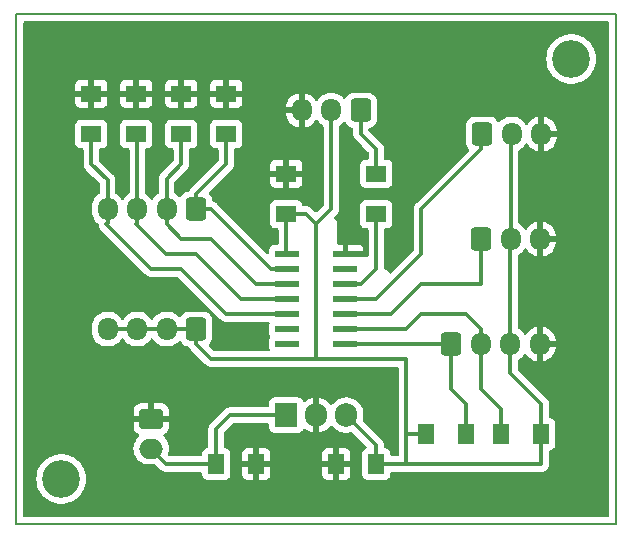
<source format=gbr>
%TF.GenerationSoftware,KiCad,Pcbnew,7.0.9*%
%TF.CreationDate,2024-02-07T18:20:54+01:00*%
%TF.ProjectId,Final_project,46696e61-6c5f-4707-926f-6a6563742e6b,1*%
%TF.SameCoordinates,Original*%
%TF.FileFunction,Copper,L1,Top*%
%TF.FilePolarity,Positive*%
%FSLAX46Y46*%
G04 Gerber Fmt 4.6, Leading zero omitted, Abs format (unit mm)*
G04 Created by KiCad (PCBNEW 7.0.9) date 2024-02-07 18:20:54*
%MOMM*%
%LPD*%
G01*
G04 APERTURE LIST*
G04 Aperture macros list*
%AMRoundRect*
0 Rectangle with rounded corners*
0 $1 Rounding radius*
0 $2 $3 $4 $5 $6 $7 $8 $9 X,Y pos of 4 corners*
0 Add a 4 corners polygon primitive as box body*
4,1,4,$2,$3,$4,$5,$6,$7,$8,$9,$2,$3,0*
0 Add four circle primitives for the rounded corners*
1,1,$1+$1,$2,$3*
1,1,$1+$1,$4,$5*
1,1,$1+$1,$6,$7*
1,1,$1+$1,$8,$9*
0 Add four rect primitives between the rounded corners*
20,1,$1+$1,$2,$3,$4,$5,0*
20,1,$1+$1,$4,$5,$6,$7,0*
20,1,$1+$1,$6,$7,$8,$9,0*
20,1,$1+$1,$8,$9,$2,$3,0*%
G04 Aperture macros list end*
%TA.AperFunction,NonConductor*%
%ADD10C,0.200000*%
%TD*%
%TA.AperFunction,ComponentPad*%
%ADD11RoundRect,0.250000X0.600000X0.725000X-0.600000X0.725000X-0.600000X-0.725000X0.600000X-0.725000X0*%
%TD*%
%TA.AperFunction,ComponentPad*%
%ADD12O,1.700000X1.950000*%
%TD*%
%TA.AperFunction,ComponentPad*%
%ADD13RoundRect,0.250000X-0.750000X0.600000X-0.750000X-0.600000X0.750000X-0.600000X0.750000X0.600000X0*%
%TD*%
%TA.AperFunction,ComponentPad*%
%ADD14O,2.000000X1.700000*%
%TD*%
%TA.AperFunction,SMDPad,CuDef*%
%ADD15R,1.400000X1.700000*%
%TD*%
%TA.AperFunction,ComponentPad*%
%ADD16RoundRect,0.250000X-0.600000X-0.725000X0.600000X-0.725000X0.600000X0.725000X-0.600000X0.725000X0*%
%TD*%
%TA.AperFunction,ComponentPad*%
%ADD17C,3.200000*%
%TD*%
%TA.AperFunction,ComponentPad*%
%ADD18R,1.905000X2.000000*%
%TD*%
%TA.AperFunction,ComponentPad*%
%ADD19O,1.905000X2.000000*%
%TD*%
%TA.AperFunction,SMDPad,CuDef*%
%ADD20R,2.000000X0.600000*%
%TD*%
%TA.AperFunction,SMDPad,CuDef*%
%ADD21R,1.700000X1.400000*%
%TD*%
%TA.AperFunction,Conductor*%
%ADD22C,0.300000*%
%TD*%
G04 APERTURE END LIST*
D10*
X78740000Y-100330000D02*
X129540000Y-100330000D01*
X129540000Y-143510000D01*
X78740000Y-143510000D01*
X78740000Y-100330000D01*
D11*
%TO.P,J1,1,Pin_1*%
%TO.N,PWR_5V*%
X93980000Y-127000000D03*
D12*
%TO.P,J1,2,Pin_2*%
X91480000Y-127000000D03*
%TO.P,J1,3,Pin_3*%
X88980000Y-127000000D03*
%TO.P,J1,4,Pin_4*%
X86480000Y-127000000D03*
%TD*%
D13*
%TO.P,J7,1,Pin_1*%
%TO.N,PWR_GND*%
X90170000Y-134620000D03*
D14*
%TO.P,J7,2,Pin_2*%
%TO.N,PWR_9V*%
X90170000Y-137120000D03*
%TD*%
D11*
%TO.P,J3,1,Pin_1*%
%TO.N,Net-(J3-Pin_1)*%
X107910000Y-108475000D03*
D12*
%TO.P,J3,2,Pin_2*%
%TO.N,PWR_5V*%
X105410000Y-108475000D03*
%TO.P,J3,3,Pin_3*%
%TO.N,PWR_GND*%
X102910000Y-108475000D03*
%TD*%
D15*
%TO.P,C3,1*%
%TO.N,PWR_5V*%
X109220000Y-138430000D03*
%TO.P,C3,2*%
%TO.N,PWR_GND*%
X105820000Y-138430000D03*
%TD*%
D16*
%TO.P,J5,1,Pin_1*%
%TO.N,Net-(J5-Pin_1)*%
X118110000Y-119380000D03*
D12*
%TO.P,J5,2,Pin_2*%
%TO.N,PWR_5V*%
X120610000Y-119380000D03*
%TO.P,J5,3,Pin_3*%
%TO.N,PWR_GND*%
X123110000Y-119380000D03*
%TD*%
D17*
%TO.P,,*%
%TO.N,*%
X82550000Y-139700000D03*
%TD*%
D18*
%TO.P,U2,1,VI*%
%TO.N,PWR_9V*%
X101600000Y-134295000D03*
D19*
%TO.P,U2,2,GND*%
%TO.N,PWR_GND*%
X104140000Y-134295000D03*
%TO.P,U2,3,VO*%
%TO.N,PWR_5V*%
X106680000Y-134295000D03*
%TD*%
D15*
%TO.P,R7,1*%
%TO.N,PWR_5V*%
X113440000Y-135890000D03*
%TO.P,R7,2*%
%TO.N,Net-(J6-Pin_1)*%
X116840000Y-135890000D03*
%TD*%
D17*
%TO.P,REF\u002A\u002A,*%
%TO.N,*%
X125730000Y-104140000D03*
%TD*%
D20*
%TO.P,U1,1,VCC*%
%TO.N,PWR_5V*%
X101665000Y-120650000D03*
%TO.P,U1,2,PA4*%
%TO.N,Net-(J2-Pin_1)*%
X101665000Y-121920000D03*
%TO.P,U1,3,PA5*%
%TO.N,Net-(J2-Pin_2)*%
X101665000Y-123190000D03*
%TO.P,U1,4,PA6/DAC*%
%TO.N,Net-(J2-Pin_3)*%
X101665000Y-124460000D03*
%TO.P,U1,5,PA7*%
%TO.N,Net-(J2-Pin_4)*%
X101665000Y-125730000D03*
%TO.P,U1,6,PB3/RXD*%
%TO.N,unconnected-(U1-PB3{slash}RXD-Pad6)*%
X101665000Y-127000000D03*
%TO.P,U1,7,PB2/TXD*%
%TO.N,unconnected-(U1-PB2{slash}TXD-Pad7)*%
X101665000Y-128270000D03*
%TO.P,U1,8,PB1/SDA*%
%TO.N,Net-(J6-Pin_1)*%
X106615000Y-128270000D03*
%TO.P,U1,9,PB0/SCL*%
%TO.N,Net-(J6-Pin_2)*%
X106615000Y-127000000D03*
%TO.P,U1,10,~{RESET}/UPDI/PA0*%
%TO.N,Net-(J5-Pin_1)*%
X106615000Y-125730000D03*
%TO.P,U1,11,PA1*%
%TO.N,Net-(J4-Pin_1)*%
X106615000Y-124460000D03*
%TO.P,U1,12,PA2*%
%TO.N,Net-(U1-PA2)*%
X106615000Y-123190000D03*
%TO.P,U1,13,PA3/SCK*%
%TO.N,unconnected-(U1-PA3{slash}SCK-Pad13)*%
X106615000Y-121920000D03*
%TO.P,U1,14,GND*%
%TO.N,PWR_GND*%
X106615000Y-120650000D03*
%TD*%
D21*
%TO.P,R4,1*%
%TO.N,PWR_GND*%
X92710000Y-107090000D03*
%TO.P,R4,2*%
%TO.N,Net-(J2-Pin_2)*%
X92710000Y-110490000D03*
%TD*%
%TO.P,R3,1*%
%TO.N,PWR_GND*%
X88900000Y-107090000D03*
%TO.P,R3,2*%
%TO.N,Net-(J2-Pin_3)*%
X88900000Y-110490000D03*
%TD*%
D16*
%TO.P,J4,1,Pin_1*%
%TO.N,Net-(J4-Pin_1)*%
X118190000Y-110490000D03*
D12*
%TO.P,J4,2,Pin_2*%
%TO.N,PWR_5V*%
X120690000Y-110490000D03*
%TO.P,J4,3,Pin_3*%
%TO.N,PWR_GND*%
X123190000Y-110490000D03*
%TD*%
D11*
%TO.P,J2,1,Pin_1*%
%TO.N,Net-(J2-Pin_1)*%
X93980000Y-116840000D03*
D12*
%TO.P,J2,2,Pin_2*%
%TO.N,Net-(J2-Pin_2)*%
X91480000Y-116840000D03*
%TO.P,J2,3,Pin_3*%
%TO.N,Net-(J2-Pin_3)*%
X88980000Y-116840000D03*
%TO.P,J2,4,Pin_4*%
%TO.N,Net-(J2-Pin_4)*%
X86480000Y-116840000D03*
%TD*%
D21*
%TO.P,R5,1*%
%TO.N,PWR_GND*%
X96520000Y-107090000D03*
%TO.P,R5,2*%
%TO.N,Net-(J2-Pin_1)*%
X96520000Y-110490000D03*
%TD*%
%TO.P,R2,1*%
%TO.N,PWR_GND*%
X85090000Y-107090000D03*
%TO.P,R2,2*%
%TO.N,Net-(J2-Pin_4)*%
X85090000Y-110490000D03*
%TD*%
D15*
%TO.P,R6,1*%
%TO.N,PWR_5V*%
X123190000Y-135890000D03*
%TO.P,R6,2*%
%TO.N,Net-(J6-Pin_2)*%
X119790000Y-135890000D03*
%TD*%
D21*
%TO.P,C4,1*%
%TO.N,PWR_GND*%
X101600000Y-113870000D03*
%TO.P,C4,2*%
%TO.N,PWR_5V*%
X101600000Y-117270000D03*
%TD*%
D15*
%TO.P,C2,1*%
%TO.N,PWR_9V*%
X95660000Y-138430000D03*
%TO.P,C2,2*%
%TO.N,PWR_GND*%
X99060000Y-138430000D03*
%TD*%
D21*
%TO.P,R1,1*%
%TO.N,Net-(U1-PA2)*%
X109220000Y-117270000D03*
%TO.P,R1,2*%
%TO.N,Net-(J3-Pin_1)*%
X109220000Y-113870000D03*
%TD*%
D16*
%TO.P,J6,1,Pin_1*%
%TO.N,Net-(J6-Pin_1)*%
X115570000Y-128270000D03*
D12*
%TO.P,J6,2,Pin_2*%
%TO.N,Net-(J6-Pin_2)*%
X118070000Y-128270000D03*
%TO.P,J6,3,Pin_3*%
%TO.N,PWR_5V*%
X120570000Y-128270000D03*
%TO.P,J6,4,Pin_4*%
%TO.N,PWR_GND*%
X123070000Y-128270000D03*
%TD*%
D22*
%TO.N,PWR_9V*%
X95660000Y-135480000D02*
X96845000Y-134295000D01*
X91440000Y-138430000D02*
X95660000Y-138430000D01*
X96845000Y-134295000D02*
X101600000Y-134295000D01*
X90170000Y-137160000D02*
X91440000Y-138430000D01*
X95660000Y-138430000D02*
X95660000Y-135480000D01*
%TO.N,PWR_5V*%
X86480000Y-127000000D02*
X93980000Y-127000000D01*
X105410000Y-116840000D02*
X105410000Y-108475000D01*
X111760000Y-129540000D02*
X104140000Y-129540000D01*
X120570000Y-119420000D02*
X120610000Y-119380000D01*
X104140000Y-118110000D02*
X103300000Y-117270000D01*
X123190000Y-138430000D02*
X123190000Y-135890000D01*
X109220000Y-138430000D02*
X111760000Y-138430000D01*
X120570000Y-130730000D02*
X120570000Y-128270000D01*
X104140000Y-118110000D02*
X104140000Y-129540000D01*
X101600000Y-120585000D02*
X101665000Y-120650000D01*
X123190000Y-135890000D02*
X123190000Y-133350000D01*
X106680000Y-134295000D02*
X109220000Y-136835000D01*
X95250000Y-129540000D02*
X93980000Y-128270000D01*
X103300000Y-117270000D02*
X101600000Y-117270000D01*
X111760000Y-138430000D02*
X111760000Y-135890000D01*
X120570000Y-128270000D02*
X120570000Y-119420000D01*
X111760000Y-138430000D02*
X123190000Y-138430000D01*
X104140000Y-129540000D02*
X95250000Y-129540000D01*
X93980000Y-128270000D02*
X93980000Y-127000000D01*
X104140000Y-118110000D02*
X105410000Y-116840000D01*
X109220000Y-136835000D02*
X109220000Y-138430000D01*
X111760000Y-135890000D02*
X113440000Y-135890000D01*
X101600000Y-117270000D02*
X101600000Y-120585000D01*
X123190000Y-133350000D02*
X120570000Y-130730000D01*
X111760000Y-135890000D02*
X111760000Y-129540000D01*
X120610000Y-119380000D02*
X120610000Y-110490000D01*
%TO.N,Net-(U1-PA2)*%
X106615000Y-123190000D02*
X107950000Y-123190000D01*
X107950000Y-123190000D02*
X109220000Y-121920000D01*
X109220000Y-121920000D02*
X109220000Y-117270000D01*
%TO.N,Net-(J2-Pin_1)*%
X93980000Y-116840000D02*
X93980000Y-115570000D01*
X93980000Y-115570000D02*
X96520000Y-113030000D01*
X101665000Y-121920000D02*
X100330000Y-121920000D01*
X96520000Y-113030000D02*
X96520000Y-110490000D01*
X100330000Y-121920000D02*
X95250000Y-116840000D01*
X95250000Y-116840000D02*
X93980000Y-116840000D01*
%TO.N,Net-(J2-Pin_2)*%
X101665000Y-123190000D02*
X99060000Y-123190000D01*
X99060000Y-123190000D02*
X95250000Y-119380000D01*
X92710000Y-113030000D02*
X92710000Y-110490000D01*
X91480000Y-116840000D02*
X91480000Y-114260000D01*
X91480000Y-118150000D02*
X91480000Y-116840000D01*
X91480000Y-114260000D02*
X92710000Y-113030000D01*
X95250000Y-119380000D02*
X92710000Y-119380000D01*
X92710000Y-119380000D02*
X91480000Y-118150000D01*
%TO.N,Net-(J2-Pin_3)*%
X101665000Y-124460000D02*
X97790000Y-124460000D01*
X97790000Y-124460000D02*
X93980000Y-120650000D01*
X88900000Y-118110000D02*
X88980000Y-118030000D01*
X91440000Y-120650000D02*
X88900000Y-118110000D01*
X88980000Y-118030000D02*
X88980000Y-116840000D01*
X88980000Y-110570000D02*
X88900000Y-110490000D01*
X93980000Y-120650000D02*
X91440000Y-120650000D01*
X88980000Y-116840000D02*
X88980000Y-110570000D01*
%TO.N,Net-(J2-Pin_4)*%
X86480000Y-116840000D02*
X86480000Y-114420000D01*
X86360000Y-118110000D02*
X86480000Y-117990000D01*
X92710000Y-121920000D02*
X90170000Y-121920000D01*
X90170000Y-121920000D02*
X86360000Y-118110000D01*
X86480000Y-117990000D02*
X86480000Y-116840000D01*
X96520000Y-125730000D02*
X92710000Y-121920000D01*
X86480000Y-114420000D02*
X85090000Y-113030000D01*
X101665000Y-125730000D02*
X96520000Y-125730000D01*
X85090000Y-113030000D02*
X85090000Y-110490000D01*
%TO.N,Net-(J3-Pin_1)*%
X107910000Y-110450000D02*
X107910000Y-108475000D01*
X109220000Y-113870000D02*
X109220000Y-111760000D01*
X109220000Y-111760000D02*
X107910000Y-110450000D01*
%TO.N,Net-(J4-Pin_1)*%
X106615000Y-124460000D02*
X109220000Y-124460000D01*
X113030000Y-120650000D02*
X113030000Y-116840000D01*
X118110000Y-111760000D02*
X118110000Y-110490000D01*
X109220000Y-124460000D02*
X113030000Y-120650000D01*
X113030000Y-116840000D02*
X118110000Y-111760000D01*
%TO.N,Net-(J5-Pin_1)*%
X106615000Y-125730000D02*
X110490000Y-125730000D01*
X118110000Y-123190000D02*
X118110000Y-119380000D01*
X110490000Y-125730000D02*
X113030000Y-123190000D01*
X113030000Y-123190000D02*
X118110000Y-123190000D01*
%TO.N,Net-(J6-Pin_1)*%
X116840000Y-135890000D02*
X116840000Y-133350000D01*
X116840000Y-133350000D02*
X115570000Y-132080000D01*
X115570000Y-132080000D02*
X115570000Y-128270000D01*
X106615000Y-128270000D02*
X115570000Y-128270000D01*
%TO.N,Net-(J6-Pin_2)*%
X113030000Y-125730000D02*
X116840000Y-125730000D01*
X116840000Y-125730000D02*
X118110000Y-127000000D01*
X119790000Y-135890000D02*
X119790000Y-133760000D01*
X118070000Y-132040000D02*
X118070000Y-128270000D01*
X106615000Y-127000000D02*
X111760000Y-127000000D01*
X118070000Y-127040000D02*
X118070000Y-128270000D01*
X111760000Y-127000000D02*
X113030000Y-125730000D01*
X119790000Y-133760000D02*
X118070000Y-132040000D01*
X118110000Y-127000000D02*
X118070000Y-127040000D01*
%TD*%
%TA.AperFunction,Conductor*%
%TO.N,PWR_GND*%
G36*
X128882539Y-100950185D02*
G01*
X128928294Y-101002989D01*
X128939500Y-101054500D01*
X128939500Y-142785500D01*
X128919815Y-142852539D01*
X128867011Y-142898294D01*
X128815500Y-142909500D01*
X79464500Y-142909500D01*
X79397461Y-142889815D01*
X79351706Y-142837011D01*
X79340500Y-142785500D01*
X79340500Y-139700000D01*
X80444592Y-139700000D01*
X80464201Y-139986680D01*
X80522666Y-140268034D01*
X80522667Y-140268037D01*
X80618894Y-140538793D01*
X80618893Y-140538793D01*
X80751098Y-140793935D01*
X80916812Y-141028700D01*
X81001923Y-141119831D01*
X81112947Y-141238708D01*
X81335853Y-141420055D01*
X81581382Y-141569365D01*
X81768237Y-141650526D01*
X81844942Y-141683844D01*
X82121642Y-141761371D01*
X82371920Y-141795771D01*
X82406321Y-141800500D01*
X82406322Y-141800500D01*
X82693679Y-141800500D01*
X82724370Y-141796281D01*
X82978358Y-141761371D01*
X83255058Y-141683844D01*
X83368015Y-141634779D01*
X83518617Y-141569365D01*
X83518620Y-141569363D01*
X83518625Y-141569361D01*
X83764147Y-141420055D01*
X83987053Y-141238708D01*
X84183189Y-141028698D01*
X84348901Y-140793936D01*
X84481104Y-140538797D01*
X84577334Y-140268032D01*
X84635798Y-139986686D01*
X84655408Y-139700000D01*
X84635798Y-139413314D01*
X84577334Y-139131968D01*
X84560419Y-139084375D01*
X84499596Y-138913234D01*
X84481105Y-138861206D01*
X84481106Y-138861206D01*
X84348901Y-138606064D01*
X84183187Y-138371299D01*
X84104554Y-138287105D01*
X83987053Y-138161292D01*
X83778230Y-137991402D01*
X83764146Y-137979944D01*
X83518617Y-137830634D01*
X83255063Y-137716158D01*
X83255061Y-137716157D01*
X83255058Y-137716156D01*
X83125578Y-137679877D01*
X82978364Y-137638630D01*
X82978359Y-137638629D01*
X82978358Y-137638629D01*
X82836018Y-137619064D01*
X82693679Y-137599500D01*
X82693678Y-137599500D01*
X82406322Y-137599500D01*
X82406321Y-137599500D01*
X82121642Y-137638629D01*
X82121635Y-137638630D01*
X81913861Y-137696845D01*
X81844942Y-137716156D01*
X81844939Y-137716156D01*
X81844936Y-137716158D01*
X81844935Y-137716158D01*
X81581382Y-137830634D01*
X81335853Y-137979944D01*
X81112950Y-138161289D01*
X80916812Y-138371299D01*
X80751098Y-138606064D01*
X80618894Y-138861206D01*
X80522667Y-139131962D01*
X80522666Y-139131965D01*
X80464201Y-139413319D01*
X80444592Y-139700000D01*
X79340500Y-139700000D01*
X79340500Y-111237870D01*
X83739500Y-111237870D01*
X83739501Y-111237876D01*
X83745908Y-111297483D01*
X83796202Y-111432328D01*
X83796206Y-111432335D01*
X83882452Y-111547544D01*
X83882455Y-111547547D01*
X83997664Y-111633793D01*
X83997671Y-111633797D01*
X84042618Y-111650561D01*
X84132517Y-111684091D01*
X84192127Y-111690500D01*
X84315500Y-111690499D01*
X84382539Y-111710183D01*
X84428294Y-111762987D01*
X84439500Y-111814499D01*
X84439500Y-112944494D01*
X84437732Y-112960505D01*
X84437974Y-112960528D01*
X84437240Y-112968294D01*
X84439500Y-113040203D01*
X84439500Y-113070920D01*
X84439501Y-113070940D01*
X84440418Y-113078206D01*
X84440876Y-113084024D01*
X84442402Y-113132567D01*
X84442403Y-113132570D01*
X84448323Y-113152948D01*
X84452268Y-113171996D01*
X84454928Y-113193054D01*
X84454931Y-113193064D01*
X84472813Y-113238230D01*
X84474705Y-113243758D01*
X84488254Y-113290395D01*
X84488255Y-113290397D01*
X84499060Y-113308666D01*
X84507617Y-113326134D01*
X84513226Y-113340300D01*
X84515432Y-113345872D01*
X84543983Y-113385170D01*
X84547188Y-113390049D01*
X84571919Y-113431865D01*
X84571923Y-113431869D01*
X84586925Y-113446871D01*
X84599563Y-113461669D01*
X84612033Y-113478833D01*
X84612036Y-113478836D01*
X84612037Y-113478837D01*
X84649476Y-113509809D01*
X84653776Y-113513722D01*
X85244179Y-114104125D01*
X85793181Y-114653127D01*
X85826666Y-114714450D01*
X85829500Y-114740808D01*
X85829500Y-115457278D01*
X85809815Y-115524317D01*
X85776623Y-115558853D01*
X85608597Y-115676505D01*
X85441505Y-115843597D01*
X85305965Y-116037169D01*
X85305964Y-116037171D01*
X85206098Y-116251335D01*
X85206094Y-116251344D01*
X85144938Y-116479586D01*
X85144936Y-116479596D01*
X85129500Y-116656034D01*
X85129500Y-117023966D01*
X85144936Y-117200403D01*
X85144938Y-117200413D01*
X85206094Y-117428655D01*
X85206096Y-117428659D01*
X85206097Y-117428663D01*
X85225524Y-117470323D01*
X85305964Y-117642828D01*
X85305965Y-117642830D01*
X85441505Y-117836402D01*
X85608597Y-118003494D01*
X85655829Y-118036566D01*
X85699454Y-118091143D01*
X85708156Y-118126472D01*
X85710279Y-118148933D01*
X85710524Y-118152820D01*
X85712402Y-118212570D01*
X85714905Y-118221185D01*
X85719275Y-118244091D01*
X85720120Y-118253025D01*
X85720120Y-118253028D01*
X85727292Y-118272948D01*
X85740373Y-118309282D01*
X85741571Y-118312968D01*
X85758254Y-118370393D01*
X85758257Y-118370401D01*
X85762819Y-118378114D01*
X85772756Y-118399230D01*
X85775793Y-118407667D01*
X85775794Y-118407669D01*
X85809389Y-118457102D01*
X85811476Y-118460390D01*
X85840847Y-118510053D01*
X85841919Y-118511865D01*
X85848260Y-118518206D01*
X85863136Y-118536188D01*
X85868172Y-118543598D01*
X85868176Y-118543603D01*
X85913022Y-118583140D01*
X85915845Y-118585791D01*
X87865246Y-120535192D01*
X89649564Y-122319510D01*
X89659635Y-122332080D01*
X89659822Y-122331926D01*
X89664796Y-122337937D01*
X89664798Y-122337940D01*
X89693345Y-122364748D01*
X89717243Y-122387190D01*
X89738966Y-122408912D01*
X89744758Y-122413405D01*
X89749198Y-122417198D01*
X89765260Y-122432280D01*
X89784607Y-122450448D01*
X89803198Y-122460668D01*
X89819463Y-122471352D01*
X89836234Y-122484361D01*
X89836237Y-122484363D01*
X89880827Y-122503658D01*
X89886056Y-122506220D01*
X89928632Y-122529627D01*
X89949193Y-122534905D01*
X89967597Y-122541207D01*
X89987074Y-122549636D01*
X90024927Y-122555630D01*
X90035054Y-122557235D01*
X90040764Y-122558417D01*
X90087823Y-122570500D01*
X90109045Y-122570500D01*
X90128442Y-122572026D01*
X90149405Y-122575347D01*
X90197772Y-122570774D01*
X90203609Y-122570500D01*
X92389192Y-122570500D01*
X92456231Y-122590185D01*
X92476873Y-122606819D01*
X95999564Y-126129510D01*
X96009635Y-126142080D01*
X96009822Y-126141926D01*
X96014796Y-126147937D01*
X96014798Y-126147940D01*
X96036460Y-126168282D01*
X96067243Y-126197190D01*
X96088966Y-126218912D01*
X96094758Y-126223405D01*
X96099198Y-126227198D01*
X96115260Y-126242280D01*
X96134607Y-126260448D01*
X96153198Y-126270668D01*
X96169463Y-126281352D01*
X96181498Y-126290687D01*
X96186237Y-126294363D01*
X96230827Y-126313658D01*
X96236056Y-126316220D01*
X96278632Y-126339627D01*
X96299193Y-126344905D01*
X96317597Y-126351207D01*
X96337074Y-126359636D01*
X96374927Y-126365630D01*
X96385054Y-126367235D01*
X96390764Y-126368417D01*
X96437823Y-126380500D01*
X96459045Y-126380500D01*
X96478442Y-126382026D01*
X96499405Y-126385347D01*
X96547772Y-126380774D01*
X96553609Y-126380500D01*
X100071393Y-126380500D01*
X100138432Y-126400185D01*
X100184187Y-126452989D01*
X100194131Y-126522147D01*
X100187575Y-126547833D01*
X100174270Y-126583507D01*
X100170909Y-126592517D01*
X100164500Y-126652127D01*
X100164500Y-126652134D01*
X100164500Y-126652135D01*
X100164500Y-127347870D01*
X100164501Y-127347876D01*
X100170908Y-127407483D01*
X100221202Y-127542328D01*
X100221205Y-127542334D01*
X100234947Y-127560691D01*
X100259363Y-127626156D01*
X100244510Y-127694429D01*
X100234947Y-127709309D01*
X100221205Y-127727665D01*
X100221202Y-127727671D01*
X100170910Y-127862513D01*
X100170909Y-127862517D01*
X100164500Y-127922127D01*
X100164500Y-127922134D01*
X100164500Y-127922135D01*
X100164500Y-128617870D01*
X100164501Y-128617876D01*
X100170908Y-128677483D01*
X100187575Y-128722167D01*
X100192559Y-128791858D01*
X100159074Y-128853181D01*
X100097751Y-128886666D01*
X100071393Y-128889500D01*
X95570808Y-128889500D01*
X95503769Y-128869815D01*
X95483127Y-128853181D01*
X95085838Y-128455892D01*
X95052353Y-128394569D01*
X95057337Y-128324877D01*
X95085838Y-128280530D01*
X95172712Y-128193656D01*
X95264814Y-128044334D01*
X95319999Y-127877797D01*
X95330500Y-127775009D01*
X95330499Y-126224992D01*
X95328759Y-126207963D01*
X95319999Y-126122203D01*
X95319998Y-126122200D01*
X95280697Y-126003599D01*
X95264814Y-125955666D01*
X95172712Y-125806344D01*
X95048656Y-125682288D01*
X94955888Y-125625069D01*
X94899336Y-125590187D01*
X94899331Y-125590185D01*
X94897862Y-125589698D01*
X94732797Y-125535001D01*
X94732795Y-125535000D01*
X94630010Y-125524500D01*
X93329998Y-125524500D01*
X93329981Y-125524501D01*
X93227203Y-125535000D01*
X93227200Y-125535001D01*
X93060668Y-125590185D01*
X93060663Y-125590187D01*
X92911342Y-125682289D01*
X92787289Y-125806342D01*
X92691821Y-125961121D01*
X92639873Y-126007845D01*
X92570910Y-126019068D01*
X92506828Y-125991224D01*
X92498601Y-125983705D01*
X92351402Y-125836506D01*
X92351395Y-125836501D01*
X92157834Y-125700967D01*
X92157830Y-125700965D01*
X92117777Y-125682288D01*
X91943663Y-125601097D01*
X91943659Y-125601096D01*
X91943655Y-125601094D01*
X91715413Y-125539938D01*
X91715403Y-125539936D01*
X91480001Y-125519341D01*
X91479999Y-125519341D01*
X91244596Y-125539936D01*
X91244586Y-125539938D01*
X91016344Y-125601094D01*
X91016335Y-125601098D01*
X90802171Y-125700964D01*
X90802169Y-125700965D01*
X90608597Y-125836505D01*
X90441505Y-126003597D01*
X90331575Y-126160595D01*
X90276998Y-126204220D01*
X90207500Y-126211414D01*
X90145145Y-126179891D01*
X90128425Y-126160595D01*
X90018494Y-126003597D01*
X89851402Y-125836506D01*
X89851395Y-125836501D01*
X89657834Y-125700967D01*
X89657830Y-125700965D01*
X89617777Y-125682288D01*
X89443663Y-125601097D01*
X89443659Y-125601096D01*
X89443655Y-125601094D01*
X89215413Y-125539938D01*
X89215403Y-125539936D01*
X88980001Y-125519341D01*
X88979999Y-125519341D01*
X88744596Y-125539936D01*
X88744586Y-125539938D01*
X88516344Y-125601094D01*
X88516335Y-125601098D01*
X88302171Y-125700964D01*
X88302169Y-125700965D01*
X88108597Y-125836505D01*
X87941505Y-126003597D01*
X87831575Y-126160595D01*
X87776998Y-126204220D01*
X87707500Y-126211414D01*
X87645145Y-126179891D01*
X87628425Y-126160595D01*
X87518494Y-126003597D01*
X87351402Y-125836506D01*
X87351395Y-125836501D01*
X87157834Y-125700967D01*
X87157830Y-125700965D01*
X87117777Y-125682288D01*
X86943663Y-125601097D01*
X86943659Y-125601096D01*
X86943655Y-125601094D01*
X86715413Y-125539938D01*
X86715403Y-125539936D01*
X86480001Y-125519341D01*
X86479999Y-125519341D01*
X86244596Y-125539936D01*
X86244586Y-125539938D01*
X86016344Y-125601094D01*
X86016335Y-125601098D01*
X85802171Y-125700964D01*
X85802169Y-125700965D01*
X85608597Y-125836505D01*
X85441505Y-126003597D01*
X85305965Y-126197169D01*
X85305964Y-126197171D01*
X85206098Y-126411335D01*
X85206094Y-126411344D01*
X85144938Y-126639586D01*
X85144936Y-126639596D01*
X85129500Y-126816034D01*
X85129500Y-127183966D01*
X85144936Y-127360403D01*
X85144938Y-127360413D01*
X85206094Y-127588655D01*
X85206096Y-127588659D01*
X85206097Y-127588663D01*
X85249312Y-127681337D01*
X85305964Y-127802828D01*
X85305965Y-127802830D01*
X85441505Y-127996402D01*
X85531138Y-128086034D01*
X85608599Y-128163495D01*
X85705384Y-128231265D01*
X85802165Y-128299032D01*
X85802167Y-128299033D01*
X85802170Y-128299035D01*
X86016337Y-128398903D01*
X86244592Y-128460063D01*
X86421034Y-128475500D01*
X86479999Y-128480659D01*
X86480000Y-128480659D01*
X86480001Y-128480659D01*
X86538966Y-128475500D01*
X86715408Y-128460063D01*
X86943663Y-128398903D01*
X87157829Y-128299035D01*
X87351401Y-128163495D01*
X87518495Y-127996401D01*
X87628425Y-127839403D01*
X87683002Y-127795779D01*
X87752500Y-127788585D01*
X87814855Y-127820108D01*
X87831575Y-127839404D01*
X87941505Y-127996402D01*
X88031138Y-128086034D01*
X88108599Y-128163495D01*
X88205384Y-128231265D01*
X88302165Y-128299032D01*
X88302167Y-128299033D01*
X88302170Y-128299035D01*
X88516337Y-128398903D01*
X88744592Y-128460063D01*
X88921034Y-128475500D01*
X88979999Y-128480659D01*
X88980000Y-128480659D01*
X88980001Y-128480659D01*
X89038966Y-128475500D01*
X89215408Y-128460063D01*
X89443663Y-128398903D01*
X89657829Y-128299035D01*
X89851401Y-128163495D01*
X90018495Y-127996401D01*
X90128425Y-127839403D01*
X90183002Y-127795779D01*
X90252500Y-127788585D01*
X90314855Y-127820108D01*
X90331575Y-127839404D01*
X90441505Y-127996402D01*
X90531138Y-128086034D01*
X90608599Y-128163495D01*
X90705384Y-128231265D01*
X90802165Y-128299032D01*
X90802167Y-128299033D01*
X90802170Y-128299035D01*
X91016337Y-128398903D01*
X91244592Y-128460063D01*
X91421034Y-128475500D01*
X91479999Y-128480659D01*
X91480000Y-128480659D01*
X91480001Y-128480659D01*
X91538966Y-128475500D01*
X91715408Y-128460063D01*
X91943663Y-128398903D01*
X92157829Y-128299035D01*
X92351401Y-128163495D01*
X92498602Y-128016293D01*
X92559924Y-127982810D01*
X92629615Y-127987794D01*
X92685549Y-128029665D01*
X92691821Y-128038879D01*
X92737328Y-128112658D01*
X92787288Y-128193656D01*
X92911344Y-128317712D01*
X93060666Y-128409814D01*
X93227203Y-128464999D01*
X93284536Y-128470856D01*
X93349228Y-128497252D01*
X93378663Y-128531088D01*
X93389058Y-128548663D01*
X93397617Y-128566134D01*
X93403226Y-128580300D01*
X93405432Y-128585872D01*
X93433983Y-128625170D01*
X93437188Y-128630049D01*
X93461919Y-128671865D01*
X93461923Y-128671869D01*
X93476925Y-128686871D01*
X93489563Y-128701669D01*
X93502033Y-128718833D01*
X93502036Y-128718836D01*
X93502037Y-128718837D01*
X93539476Y-128749809D01*
X93543776Y-128753722D01*
X94166993Y-129376939D01*
X94729564Y-129939510D01*
X94739635Y-129952080D01*
X94739822Y-129951926D01*
X94744796Y-129957937D01*
X94744798Y-129957940D01*
X94773345Y-129984748D01*
X94797243Y-130007190D01*
X94818967Y-130028913D01*
X94824757Y-130033405D01*
X94829197Y-130037197D01*
X94858498Y-130064711D01*
X94864607Y-130070448D01*
X94864609Y-130070449D01*
X94883205Y-130080672D01*
X94899470Y-130091357D01*
X94916232Y-130104360D01*
X94916235Y-130104361D01*
X94916236Y-130104362D01*
X94960823Y-130123656D01*
X94966059Y-130126221D01*
X95008632Y-130149627D01*
X95024340Y-130153659D01*
X95029186Y-130154904D01*
X95047598Y-130161207D01*
X95067073Y-130169635D01*
X95115071Y-130177237D01*
X95120740Y-130178411D01*
X95167823Y-130190500D01*
X95189051Y-130190500D01*
X95208448Y-130192026D01*
X95229403Y-130195345D01*
X95229404Y-130195346D01*
X95229404Y-130195345D01*
X95229405Y-130195346D01*
X95277761Y-130190775D01*
X95283599Y-130190500D01*
X104057823Y-130190500D01*
X104066790Y-130190500D01*
X104090022Y-130192696D01*
X104091706Y-130193017D01*
X104098830Y-130194376D01*
X104158508Y-130190621D01*
X104162381Y-130190500D01*
X110985500Y-130190500D01*
X111052539Y-130210185D01*
X111098294Y-130262989D01*
X111109500Y-130314500D01*
X111109500Y-135816789D01*
X111107304Y-135840020D01*
X111105624Y-135848826D01*
X111105624Y-135848830D01*
X111109378Y-135908507D01*
X111109500Y-135912380D01*
X111109500Y-137655500D01*
X111089815Y-137722539D01*
X111037011Y-137768294D01*
X110985500Y-137779500D01*
X110544499Y-137779500D01*
X110477460Y-137759815D01*
X110431705Y-137707011D01*
X110420499Y-137655500D01*
X110420499Y-137532129D01*
X110420498Y-137532123D01*
X110420497Y-137532116D01*
X110414091Y-137472517D01*
X110370410Y-137355403D01*
X110363797Y-137337671D01*
X110363793Y-137337664D01*
X110277547Y-137222455D01*
X110277544Y-137222452D01*
X110162335Y-137136206D01*
X110162328Y-137136202D01*
X110027483Y-137085908D01*
X109981243Y-137080937D01*
X109916693Y-137054199D01*
X109876845Y-136996806D01*
X109870500Y-136957648D01*
X109870500Y-136920501D01*
X109872268Y-136904488D01*
X109872026Y-136904466D01*
X109872758Y-136896710D01*
X109872760Y-136896703D01*
X109870500Y-136824795D01*
X109870500Y-136794075D01*
X109869579Y-136786788D01*
X109869122Y-136780979D01*
X109867597Y-136732430D01*
X109861676Y-136712052D01*
X109857731Y-136693003D01*
X109855071Y-136671942D01*
X109837186Y-136626772D01*
X109835297Y-136621252D01*
X109821743Y-136574599D01*
X109810941Y-136556335D01*
X109802379Y-136538858D01*
X109801351Y-136536262D01*
X109794568Y-136519129D01*
X109766014Y-136479828D01*
X109762810Y-136474950D01*
X109743423Y-136442169D01*
X109738081Y-136433135D01*
X109723075Y-136418129D01*
X109710435Y-136403330D01*
X109697961Y-136386160D01*
X109660528Y-136355194D01*
X109656206Y-136351260D01*
X108121305Y-134816359D01*
X108087820Y-134755036D01*
X108088780Y-134698238D01*
X108114618Y-134596206D01*
X108118095Y-134582476D01*
X108133000Y-134402600D01*
X108133000Y-134187400D01*
X108118095Y-134007524D01*
X108058983Y-133774095D01*
X107962255Y-133553578D01*
X107830551Y-133351990D01*
X107667463Y-133174829D01*
X107512039Y-133053858D01*
X107477441Y-133026929D01*
X107265665Y-132912321D01*
X107265656Y-132912318D01*
X107037916Y-132834134D01*
X106838800Y-132800908D01*
X106800399Y-132794500D01*
X106559601Y-132794500D01*
X106521200Y-132800908D01*
X106322083Y-132834134D01*
X106094343Y-132912318D01*
X106094334Y-132912321D01*
X105882558Y-133026929D01*
X105786195Y-133101932D01*
X105692537Y-133174829D01*
X105692534Y-133174831D01*
X105692534Y-133174832D01*
X105529450Y-133351988D01*
X105529446Y-133351994D01*
X105513507Y-133376389D01*
X105460359Y-133421744D01*
X105391127Y-133431165D01*
X105327793Y-133401661D01*
X105305892Y-133376385D01*
X105290154Y-133352296D01*
X105127126Y-133175202D01*
X105127116Y-133175193D01*
X104937168Y-133027350D01*
X104937159Y-133027344D01*
X104725468Y-132912784D01*
X104725454Y-132912778D01*
X104497791Y-132834619D01*
X104390000Y-132816633D01*
X104390000Y-133803316D01*
X104361181Y-133785791D01*
X104215596Y-133745000D01*
X104102378Y-133745000D01*
X103990217Y-133760416D01*
X103890000Y-133803946D01*
X103890000Y-132816633D01*
X103889999Y-132816633D01*
X103782208Y-132834619D01*
X103554545Y-132912778D01*
X103554531Y-132912784D01*
X103342840Y-133027344D01*
X103342838Y-133027345D01*
X103200252Y-133138325D01*
X103135258Y-133163967D01*
X103066718Y-133150400D01*
X103016393Y-133101932D01*
X103007907Y-133083801D01*
X102996297Y-133052671D01*
X102996293Y-133052664D01*
X102910047Y-132937455D01*
X102910044Y-132937452D01*
X102794835Y-132851206D01*
X102794828Y-132851202D01*
X102659982Y-132800908D01*
X102659983Y-132800908D01*
X102600383Y-132794501D01*
X102600381Y-132794500D01*
X102600373Y-132794500D01*
X102600364Y-132794500D01*
X100599629Y-132794500D01*
X100599623Y-132794501D01*
X100540016Y-132800908D01*
X100405171Y-132851202D01*
X100405164Y-132851206D01*
X100289955Y-132937452D01*
X100289952Y-132937455D01*
X100203706Y-133052664D01*
X100203702Y-133052671D01*
X100153408Y-133187517D01*
X100147001Y-133247116D01*
X100147000Y-133247135D01*
X100147000Y-133520500D01*
X100127315Y-133587539D01*
X100074511Y-133633294D01*
X100023000Y-133644500D01*
X96930505Y-133644500D01*
X96914494Y-133642732D01*
X96914472Y-133642974D01*
X96906705Y-133642240D01*
X96906704Y-133642240D01*
X96834797Y-133644500D01*
X96804075Y-133644500D01*
X96804071Y-133644500D01*
X96804061Y-133644501D01*
X96796793Y-133645419D01*
X96790976Y-133645876D01*
X96742436Y-133647402D01*
X96742425Y-133647404D01*
X96722049Y-133653323D01*
X96703008Y-133657266D01*
X96681953Y-133659926D01*
X96681937Y-133659930D01*
X96636771Y-133677812D01*
X96631244Y-133679704D01*
X96584599Y-133693256D01*
X96566327Y-133704062D01*
X96548861Y-133712619D01*
X96529128Y-133720432D01*
X96489830Y-133748983D01*
X96484953Y-133752186D01*
X96471281Y-133760272D01*
X96443132Y-133776920D01*
X96428126Y-133791926D01*
X96413336Y-133804558D01*
X96396167Y-133817032D01*
X96396165Y-133817034D01*
X96365194Y-133854470D01*
X96361262Y-133858791D01*
X95260483Y-134959569D01*
X95247910Y-134969643D01*
X95248065Y-134969830D01*
X95242059Y-134974798D01*
X95225779Y-134992135D01*
X95192809Y-135027244D01*
X95181949Y-135038104D01*
X95171088Y-135048965D01*
X95171078Y-135048977D01*
X95166587Y-135054765D01*
X95162801Y-135059197D01*
X95129552Y-135094606D01*
X95119322Y-135113213D01*
X95108646Y-135129464D01*
X95095640Y-135146232D01*
X95095636Y-135146238D01*
X95076348Y-135190811D01*
X95073777Y-135196058D01*
X95050372Y-135238630D01*
X95050372Y-135238631D01*
X95045091Y-135259199D01*
X95038791Y-135277601D01*
X95030364Y-135297073D01*
X95022766Y-135345047D01*
X95021581Y-135350770D01*
X95009500Y-135397818D01*
X95009500Y-135419044D01*
X95007973Y-135438444D01*
X95004653Y-135459403D01*
X95009225Y-135507767D01*
X95009500Y-135513606D01*
X95009500Y-136957648D01*
X94989815Y-137024687D01*
X94937011Y-137070442D01*
X94898755Y-137080938D01*
X94852516Y-137085909D01*
X94717671Y-137136202D01*
X94717664Y-137136206D01*
X94602455Y-137222452D01*
X94602452Y-137222455D01*
X94516206Y-137337664D01*
X94516202Y-137337671D01*
X94465908Y-137472517D01*
X94459501Y-137532116D01*
X94459501Y-137532123D01*
X94459500Y-137532135D01*
X94459500Y-137655500D01*
X94439815Y-137722539D01*
X94387011Y-137768294D01*
X94335500Y-137779500D01*
X91760808Y-137779500D01*
X91693769Y-137759815D01*
X91673127Y-137743181D01*
X91627558Y-137697612D01*
X91594073Y-137636289D01*
X91595464Y-137577838D01*
X91610098Y-137523218D01*
X91655063Y-137355408D01*
X91675659Y-137120000D01*
X91673694Y-137097546D01*
X91669902Y-137054199D01*
X91655063Y-136884592D01*
X91593903Y-136656337D01*
X91494035Y-136442171D01*
X91494034Y-136442169D01*
X91358494Y-136248597D01*
X91210932Y-136101035D01*
X91177447Y-136039712D01*
X91182431Y-135970020D01*
X91224303Y-135914087D01*
X91233516Y-135907815D01*
X91388345Y-135812315D01*
X91512315Y-135688345D01*
X91604356Y-135539124D01*
X91604358Y-135539119D01*
X91659505Y-135372697D01*
X91659506Y-135372690D01*
X91669999Y-135269986D01*
X91670000Y-135269971D01*
X91670000Y-134870000D01*
X90603686Y-134870000D01*
X90629493Y-134829844D01*
X90670000Y-134691889D01*
X90670000Y-134548111D01*
X90629493Y-134410156D01*
X90603686Y-134370000D01*
X91669999Y-134370000D01*
X91669999Y-133970028D01*
X91669998Y-133970013D01*
X91659505Y-133867302D01*
X91604358Y-133700880D01*
X91604356Y-133700875D01*
X91512315Y-133551654D01*
X91388345Y-133427684D01*
X91239124Y-133335643D01*
X91239119Y-133335641D01*
X91072697Y-133280494D01*
X91072690Y-133280493D01*
X90969986Y-133270000D01*
X90420000Y-133270000D01*
X90420000Y-134184498D01*
X90312315Y-134135320D01*
X90205763Y-134120000D01*
X90134237Y-134120000D01*
X90027685Y-134135320D01*
X89920000Y-134184498D01*
X89920000Y-133270000D01*
X89370028Y-133270000D01*
X89370012Y-133270001D01*
X89267302Y-133280494D01*
X89100880Y-133335641D01*
X89100875Y-133335643D01*
X88951654Y-133427684D01*
X88827684Y-133551654D01*
X88735643Y-133700875D01*
X88735641Y-133700880D01*
X88680494Y-133867302D01*
X88680493Y-133867309D01*
X88670000Y-133970013D01*
X88670000Y-134370000D01*
X89736314Y-134370000D01*
X89710507Y-134410156D01*
X89670000Y-134548111D01*
X89670000Y-134691889D01*
X89710507Y-134829844D01*
X89736314Y-134870000D01*
X88670001Y-134870000D01*
X88670001Y-135269986D01*
X88680494Y-135372697D01*
X88735641Y-135539119D01*
X88735643Y-135539124D01*
X88827684Y-135688345D01*
X88951654Y-135812315D01*
X89106484Y-135907815D01*
X89153208Y-135959763D01*
X89164431Y-136028726D01*
X89136587Y-136092808D01*
X89129069Y-136101035D01*
X88981501Y-136248603D01*
X88981501Y-136248604D01*
X88845967Y-136442165D01*
X88845965Y-136442169D01*
X88746098Y-136656335D01*
X88746094Y-136656344D01*
X88684938Y-136884586D01*
X88684936Y-136884596D01*
X88664341Y-137119999D01*
X88664341Y-137120000D01*
X88684936Y-137355403D01*
X88684938Y-137355413D01*
X88746094Y-137583655D01*
X88746096Y-137583659D01*
X88746097Y-137583663D01*
X88796031Y-137690746D01*
X88845964Y-137797828D01*
X88845965Y-137797830D01*
X88981505Y-137991402D01*
X89148597Y-138158494D01*
X89342169Y-138294034D01*
X89342171Y-138294035D01*
X89556337Y-138393903D01*
X89784592Y-138455063D01*
X89961034Y-138470500D01*
X90378967Y-138470500D01*
X90488342Y-138460930D01*
X90556842Y-138474696D01*
X90586831Y-138496777D01*
X90919564Y-138829510D01*
X90929635Y-138842080D01*
X90929822Y-138841926D01*
X90934796Y-138847937D01*
X90934798Y-138847940D01*
X90948922Y-138861203D01*
X90987243Y-138897190D01*
X91008967Y-138918913D01*
X91014757Y-138923405D01*
X91019197Y-138927197D01*
X91027721Y-138935201D01*
X91054607Y-138960448D01*
X91068855Y-138968281D01*
X91073205Y-138970672D01*
X91089470Y-138981357D01*
X91106232Y-138994360D01*
X91106235Y-138994361D01*
X91106236Y-138994362D01*
X91150823Y-139013656D01*
X91156059Y-139016221D01*
X91198632Y-139039627D01*
X91212008Y-139043061D01*
X91219186Y-139044904D01*
X91237598Y-139051207D01*
X91257073Y-139059635D01*
X91305071Y-139067237D01*
X91310740Y-139068411D01*
X91357823Y-139080500D01*
X91379051Y-139080500D01*
X91398448Y-139082026D01*
X91419403Y-139085345D01*
X91419404Y-139085346D01*
X91419404Y-139085345D01*
X91419405Y-139085346D01*
X91467761Y-139080775D01*
X91473599Y-139080500D01*
X94335501Y-139080500D01*
X94402540Y-139100185D01*
X94448295Y-139152989D01*
X94459501Y-139204500D01*
X94459501Y-139327876D01*
X94465908Y-139387483D01*
X94516202Y-139522328D01*
X94516206Y-139522335D01*
X94602452Y-139637544D01*
X94602455Y-139637547D01*
X94717664Y-139723793D01*
X94717671Y-139723797D01*
X94852517Y-139774091D01*
X94852516Y-139774091D01*
X94859444Y-139774835D01*
X94912127Y-139780500D01*
X96407872Y-139780499D01*
X96467483Y-139774091D01*
X96602331Y-139723796D01*
X96717546Y-139637546D01*
X96803796Y-139522331D01*
X96854091Y-139387483D01*
X96860500Y-139327873D01*
X96860499Y-138680000D01*
X97860000Y-138680000D01*
X97860000Y-139327844D01*
X97866401Y-139387372D01*
X97866403Y-139387379D01*
X97916645Y-139522086D01*
X97916649Y-139522093D01*
X98002809Y-139637187D01*
X98002812Y-139637190D01*
X98117906Y-139723350D01*
X98117913Y-139723354D01*
X98252620Y-139773596D01*
X98252627Y-139773598D01*
X98312155Y-139779999D01*
X98312172Y-139780000D01*
X98810000Y-139780000D01*
X98810000Y-138680000D01*
X99310000Y-138680000D01*
X99310000Y-139780000D01*
X99807828Y-139780000D01*
X99807844Y-139779999D01*
X99867372Y-139773598D01*
X99867379Y-139773596D01*
X100002086Y-139723354D01*
X100002093Y-139723350D01*
X100117187Y-139637190D01*
X100117190Y-139637187D01*
X100203350Y-139522093D01*
X100203354Y-139522086D01*
X100253596Y-139387379D01*
X100253598Y-139387372D01*
X100259999Y-139327844D01*
X100260000Y-139327827D01*
X100260000Y-138680000D01*
X104620000Y-138680000D01*
X104620000Y-139327844D01*
X104626401Y-139387372D01*
X104626403Y-139387379D01*
X104676645Y-139522086D01*
X104676649Y-139522093D01*
X104762809Y-139637187D01*
X104762812Y-139637190D01*
X104877906Y-139723350D01*
X104877913Y-139723354D01*
X105012620Y-139773596D01*
X105012627Y-139773598D01*
X105072155Y-139779999D01*
X105072172Y-139780000D01*
X105570000Y-139780000D01*
X105570000Y-138680000D01*
X106070000Y-138680000D01*
X106070000Y-139780000D01*
X106567828Y-139780000D01*
X106567844Y-139779999D01*
X106627372Y-139773598D01*
X106627379Y-139773596D01*
X106762086Y-139723354D01*
X106762093Y-139723350D01*
X106877187Y-139637190D01*
X106877190Y-139637187D01*
X106963350Y-139522093D01*
X106963354Y-139522086D01*
X107013596Y-139387379D01*
X107013598Y-139387372D01*
X107019999Y-139327844D01*
X107020000Y-139327827D01*
X107020000Y-138680000D01*
X106070000Y-138680000D01*
X105570000Y-138680000D01*
X104620000Y-138680000D01*
X100260000Y-138680000D01*
X99310000Y-138680000D01*
X98810000Y-138680000D01*
X97860000Y-138680000D01*
X96860499Y-138680000D01*
X96860499Y-138180000D01*
X97860000Y-138180000D01*
X98810000Y-138180000D01*
X98810000Y-137080000D01*
X99310000Y-137080000D01*
X99310000Y-138180000D01*
X100260000Y-138180000D01*
X104620000Y-138180000D01*
X105570000Y-138180000D01*
X105570000Y-137080000D01*
X106070000Y-137080000D01*
X106070000Y-138180000D01*
X107020000Y-138180000D01*
X107020000Y-137532172D01*
X107019999Y-137532155D01*
X107013598Y-137472627D01*
X107013596Y-137472620D01*
X106963354Y-137337913D01*
X106963350Y-137337906D01*
X106877190Y-137222812D01*
X106877187Y-137222809D01*
X106762093Y-137136649D01*
X106762086Y-137136645D01*
X106627379Y-137086403D01*
X106627372Y-137086401D01*
X106567844Y-137080000D01*
X106070000Y-137080000D01*
X105570000Y-137080000D01*
X105072155Y-137080000D01*
X105012627Y-137086401D01*
X105012620Y-137086403D01*
X104877913Y-137136645D01*
X104877906Y-137136649D01*
X104762812Y-137222809D01*
X104762809Y-137222812D01*
X104676649Y-137337906D01*
X104676645Y-137337913D01*
X104626403Y-137472620D01*
X104626401Y-137472627D01*
X104620000Y-137532155D01*
X104620000Y-138180000D01*
X100260000Y-138180000D01*
X100260000Y-137532172D01*
X100259999Y-137532155D01*
X100253598Y-137472627D01*
X100253596Y-137472620D01*
X100203354Y-137337913D01*
X100203350Y-137337906D01*
X100117190Y-137222812D01*
X100117187Y-137222809D01*
X100002093Y-137136649D01*
X100002086Y-137136645D01*
X99867379Y-137086403D01*
X99867372Y-137086401D01*
X99807844Y-137080000D01*
X99310000Y-137080000D01*
X98810000Y-137080000D01*
X98312155Y-137080000D01*
X98252627Y-137086401D01*
X98252620Y-137086403D01*
X98117913Y-137136645D01*
X98117906Y-137136649D01*
X98002812Y-137222809D01*
X98002809Y-137222812D01*
X97916649Y-137337906D01*
X97916645Y-137337913D01*
X97866403Y-137472620D01*
X97866401Y-137472627D01*
X97860000Y-137532155D01*
X97860000Y-138180000D01*
X96860499Y-138180000D01*
X96860499Y-137532128D01*
X96854091Y-137472517D01*
X96810410Y-137355403D01*
X96803797Y-137337671D01*
X96803793Y-137337664D01*
X96717547Y-137222455D01*
X96717544Y-137222452D01*
X96602335Y-137136206D01*
X96602328Y-137136202D01*
X96467483Y-137085908D01*
X96421243Y-137080937D01*
X96356693Y-137054199D01*
X96316845Y-136996806D01*
X96310500Y-136957648D01*
X96310500Y-135800808D01*
X96330185Y-135733769D01*
X96346819Y-135713127D01*
X97078127Y-134981819D01*
X97139450Y-134948334D01*
X97165808Y-134945500D01*
X100023001Y-134945500D01*
X100090040Y-134965185D01*
X100135795Y-135017989D01*
X100147001Y-135069500D01*
X100147001Y-135342876D01*
X100153408Y-135402483D01*
X100203702Y-135537328D01*
X100203706Y-135537335D01*
X100289952Y-135652544D01*
X100289955Y-135652547D01*
X100405164Y-135738793D01*
X100405171Y-135738797D01*
X100540017Y-135789091D01*
X100540016Y-135789091D01*
X100546944Y-135789835D01*
X100599627Y-135795500D01*
X102600372Y-135795499D01*
X102659983Y-135789091D01*
X102794831Y-135738796D01*
X102910046Y-135652546D01*
X102996296Y-135537331D01*
X102996297Y-135537328D01*
X102996298Y-135537327D01*
X103006237Y-135510677D01*
X103007907Y-135506197D01*
X103049776Y-135450264D01*
X103115240Y-135425844D01*
X103183513Y-135440694D01*
X103200252Y-135451675D01*
X103342831Y-135562649D01*
X103342840Y-135562655D01*
X103554531Y-135677215D01*
X103554545Y-135677221D01*
X103782207Y-135755379D01*
X103890000Y-135773366D01*
X103890000Y-134786683D01*
X103918819Y-134804209D01*
X104064404Y-134845000D01*
X104177622Y-134845000D01*
X104289783Y-134829584D01*
X104390000Y-134786053D01*
X104390000Y-135773365D01*
X104497792Y-135755379D01*
X104725454Y-135677221D01*
X104725468Y-135677215D01*
X104937159Y-135562655D01*
X104937168Y-135562649D01*
X105127116Y-135414806D01*
X105127126Y-135414797D01*
X105290154Y-135237702D01*
X105290155Y-135237701D01*
X105305891Y-135213616D01*
X105359036Y-135168258D01*
X105428267Y-135158833D01*
X105491604Y-135188333D01*
X105513510Y-135213614D01*
X105529446Y-135238007D01*
X105548955Y-135259199D01*
X105692537Y-135415171D01*
X105811505Y-135507767D01*
X105882017Y-135562649D01*
X105882561Y-135563072D01*
X106047891Y-135652544D01*
X106093478Y-135677215D01*
X106094336Y-135677679D01*
X106185848Y-135709095D01*
X106322083Y-135755865D01*
X106322085Y-135755865D01*
X106322087Y-135755866D01*
X106559601Y-135795500D01*
X106559602Y-135795500D01*
X106800398Y-135795500D01*
X106800399Y-135795500D01*
X107037913Y-135755866D01*
X107100941Y-135734227D01*
X107170735Y-135731077D01*
X107228882Y-135763828D01*
X108376917Y-136911863D01*
X108410402Y-136973186D01*
X108405418Y-137042878D01*
X108363546Y-137098811D01*
X108332571Y-137115725D01*
X108277674Y-137136201D01*
X108277664Y-137136206D01*
X108162455Y-137222452D01*
X108162452Y-137222455D01*
X108076206Y-137337664D01*
X108076202Y-137337671D01*
X108025908Y-137472517D01*
X108019501Y-137532116D01*
X108019501Y-137532123D01*
X108019500Y-137532135D01*
X108019500Y-139327870D01*
X108019501Y-139327876D01*
X108025908Y-139387483D01*
X108076202Y-139522328D01*
X108076206Y-139522335D01*
X108162452Y-139637544D01*
X108162455Y-139637547D01*
X108277664Y-139723793D01*
X108277671Y-139723797D01*
X108412517Y-139774091D01*
X108412516Y-139774091D01*
X108419444Y-139774835D01*
X108472127Y-139780500D01*
X109967872Y-139780499D01*
X110027483Y-139774091D01*
X110162331Y-139723796D01*
X110277546Y-139637546D01*
X110363796Y-139522331D01*
X110414091Y-139387483D01*
X110420500Y-139327873D01*
X110420500Y-139204500D01*
X110440185Y-139137461D01*
X110492989Y-139091706D01*
X110544500Y-139080500D01*
X111677823Y-139080500D01*
X111686790Y-139080500D01*
X111710022Y-139082696D01*
X111711706Y-139083017D01*
X111718830Y-139084376D01*
X111778508Y-139080621D01*
X111782381Y-139080500D01*
X123116790Y-139080500D01*
X123140022Y-139082696D01*
X123141706Y-139083017D01*
X123148830Y-139084376D01*
X123208508Y-139080621D01*
X123212381Y-139080500D01*
X123230925Y-139080500D01*
X123249325Y-139078175D01*
X123253185Y-139077810D01*
X123312860Y-139074056D01*
X123317358Y-139072594D01*
X123321382Y-139071287D01*
X123344165Y-139066193D01*
X123353058Y-139065071D01*
X123408664Y-139043054D01*
X123412276Y-139041753D01*
X123469171Y-139023268D01*
X123476737Y-139018465D01*
X123497539Y-139007866D01*
X123505871Y-139004568D01*
X123554268Y-138969404D01*
X123557429Y-138967256D01*
X123607940Y-138935202D01*
X123614069Y-138928674D01*
X123631582Y-138913234D01*
X123638837Y-138907963D01*
X123647749Y-138897190D01*
X123676957Y-138861882D01*
X123679499Y-138858998D01*
X123720448Y-138815393D01*
X123724765Y-138807539D01*
X123737891Y-138788226D01*
X123743600Y-138781326D01*
X123769071Y-138727195D01*
X123770799Y-138723803D01*
X123799627Y-138671368D01*
X123801857Y-138662679D01*
X123809764Y-138640720D01*
X123813579Y-138632612D01*
X123818643Y-138606064D01*
X123824785Y-138573864D01*
X123825626Y-138570103D01*
X123840500Y-138512177D01*
X123840500Y-138503207D01*
X123842697Y-138479969D01*
X123844376Y-138471170D01*
X123840621Y-138411491D01*
X123840500Y-138407619D01*
X123840500Y-137362351D01*
X123860185Y-137295312D01*
X123912989Y-137249557D01*
X123951247Y-137239061D01*
X123997483Y-137234091D01*
X124132331Y-137183796D01*
X124247546Y-137097546D01*
X124333796Y-136982331D01*
X124384091Y-136847483D01*
X124390500Y-136787873D01*
X124390499Y-134992128D01*
X124384091Y-134932517D01*
X124351449Y-134845000D01*
X124333797Y-134797671D01*
X124333793Y-134797664D01*
X124247547Y-134682455D01*
X124247544Y-134682452D01*
X124132335Y-134596206D01*
X124132328Y-134596202D01*
X123997483Y-134545908D01*
X123951243Y-134540937D01*
X123886693Y-134514199D01*
X123846845Y-134456806D01*
X123840500Y-134417648D01*
X123840500Y-133435503D01*
X123842268Y-133419491D01*
X123842026Y-133419469D01*
X123842760Y-133411706D01*
X123840500Y-133339782D01*
X123840500Y-133309078D01*
X123840500Y-133309077D01*
X123840500Y-133309075D01*
X123839579Y-133301792D01*
X123839123Y-133295987D01*
X123839123Y-133295979D01*
X123837598Y-133247431D01*
X123831676Y-133227050D01*
X123827731Y-133207995D01*
X123825072Y-133186949D01*
X123825071Y-133186948D01*
X123825071Y-133186942D01*
X123807189Y-133141779D01*
X123805300Y-133136259D01*
X123803044Y-133128494D01*
X123791745Y-133089602D01*
X123788314Y-133083801D01*
X123780936Y-133071324D01*
X123772378Y-133053855D01*
X123764568Y-133034129D01*
X123736006Y-132994818D01*
X123732818Y-132989964D01*
X123708081Y-132948135D01*
X123693075Y-132933129D01*
X123680435Y-132918330D01*
X123676401Y-132912778D01*
X123667963Y-132901163D01*
X123667961Y-132901160D01*
X123630528Y-132870194D01*
X123626206Y-132866260D01*
X121256819Y-130496873D01*
X121223334Y-130435550D01*
X121220500Y-130409192D01*
X121220500Y-129652721D01*
X121240185Y-129585682D01*
X121273377Y-129551146D01*
X121441401Y-129433495D01*
X121608495Y-129266401D01*
X121718732Y-129108965D01*
X121773306Y-129065342D01*
X121842805Y-129058148D01*
X121905159Y-129089670D01*
X121921880Y-129108967D01*
X122031886Y-129266073D01*
X122031891Y-129266079D01*
X122198917Y-129433105D01*
X122392421Y-129568600D01*
X122606507Y-129668429D01*
X122606516Y-129668433D01*
X122820000Y-129725634D01*
X122820000Y-128678018D01*
X122934801Y-128730446D01*
X123036025Y-128745000D01*
X123103975Y-128745000D01*
X123205199Y-128730446D01*
X123320000Y-128678018D01*
X123320000Y-129725633D01*
X123533483Y-129668433D01*
X123533492Y-129668429D01*
X123747577Y-129568600D01*
X123747579Y-129568599D01*
X123941073Y-129433113D01*
X123941079Y-129433108D01*
X124108108Y-129266079D01*
X124108113Y-129266073D01*
X124243599Y-129072579D01*
X124243600Y-129072577D01*
X124343429Y-128858492D01*
X124343433Y-128858483D01*
X124404567Y-128630326D01*
X124404569Y-128630316D01*
X124414221Y-128520000D01*
X123473969Y-128520000D01*
X123506519Y-128469351D01*
X123545000Y-128338295D01*
X123545000Y-128201705D01*
X123506519Y-128070649D01*
X123473969Y-128020000D01*
X124414221Y-128020000D01*
X124404569Y-127909683D01*
X124404567Y-127909673D01*
X124343433Y-127681516D01*
X124343429Y-127681507D01*
X124243600Y-127467422D01*
X124243599Y-127467420D01*
X124108113Y-127273926D01*
X124108108Y-127273920D01*
X123941082Y-127106894D01*
X123747578Y-126971399D01*
X123533492Y-126871570D01*
X123533486Y-126871567D01*
X123320000Y-126814364D01*
X123320000Y-127861981D01*
X123205199Y-127809554D01*
X123103975Y-127795000D01*
X123036025Y-127795000D01*
X122934801Y-127809554D01*
X122820000Y-127861981D01*
X122820000Y-126814364D01*
X122819999Y-126814364D01*
X122606513Y-126871567D01*
X122606507Y-126871570D01*
X122392422Y-126971399D01*
X122392420Y-126971400D01*
X122198926Y-127106886D01*
X122198920Y-127106891D01*
X122031891Y-127273920D01*
X122031890Y-127273922D01*
X121921880Y-127431032D01*
X121867303Y-127474657D01*
X121797804Y-127481849D01*
X121735450Y-127450327D01*
X121718730Y-127431031D01*
X121608494Y-127273597D01*
X121441402Y-127106506D01*
X121441401Y-127106505D01*
X121273377Y-126988853D01*
X121273376Y-126988852D01*
X121229751Y-126934275D01*
X121220500Y-126887277D01*
X121220500Y-120789427D01*
X121240185Y-120722388D01*
X121284345Y-120683835D01*
X121283138Y-120681743D01*
X121287820Y-120679039D01*
X121287829Y-120679035D01*
X121481401Y-120543495D01*
X121648495Y-120376401D01*
X121758732Y-120218965D01*
X121813306Y-120175342D01*
X121882805Y-120168148D01*
X121945159Y-120199670D01*
X121961880Y-120218967D01*
X122071886Y-120376073D01*
X122071891Y-120376079D01*
X122238917Y-120543105D01*
X122432421Y-120678600D01*
X122646507Y-120778429D01*
X122646516Y-120778433D01*
X122860000Y-120835634D01*
X122860000Y-119788018D01*
X122974801Y-119840446D01*
X123076025Y-119855000D01*
X123143975Y-119855000D01*
X123245199Y-119840446D01*
X123360000Y-119788018D01*
X123360000Y-120835633D01*
X123573483Y-120778433D01*
X123573492Y-120778429D01*
X123787577Y-120678600D01*
X123787579Y-120678599D01*
X123981073Y-120543113D01*
X123981079Y-120543108D01*
X124148108Y-120376079D01*
X124148113Y-120376073D01*
X124283599Y-120182579D01*
X124283600Y-120182577D01*
X124383429Y-119968492D01*
X124383433Y-119968483D01*
X124444567Y-119740326D01*
X124444569Y-119740316D01*
X124454221Y-119630000D01*
X123513969Y-119630000D01*
X123546519Y-119579351D01*
X123585000Y-119448295D01*
X123585000Y-119311705D01*
X123546519Y-119180649D01*
X123513969Y-119130000D01*
X124454221Y-119130000D01*
X124444569Y-119019683D01*
X124444567Y-119019673D01*
X124383433Y-118791516D01*
X124383429Y-118791507D01*
X124283600Y-118577422D01*
X124283599Y-118577420D01*
X124148113Y-118383926D01*
X124148108Y-118383920D01*
X123981082Y-118216894D01*
X123787578Y-118081399D01*
X123573492Y-117981570D01*
X123573486Y-117981567D01*
X123360000Y-117924364D01*
X123360000Y-118971981D01*
X123245199Y-118919554D01*
X123143975Y-118905000D01*
X123076025Y-118905000D01*
X122974801Y-118919554D01*
X122860000Y-118971981D01*
X122860000Y-117924364D01*
X122859999Y-117924364D01*
X122646513Y-117981567D01*
X122646507Y-117981570D01*
X122432422Y-118081399D01*
X122432420Y-118081400D01*
X122238926Y-118216886D01*
X122238920Y-118216891D01*
X122071891Y-118383920D01*
X122071890Y-118383922D01*
X121961880Y-118541032D01*
X121907303Y-118584657D01*
X121837804Y-118591849D01*
X121775450Y-118560327D01*
X121758730Y-118541031D01*
X121648494Y-118383597D01*
X121481402Y-118216506D01*
X121481401Y-118216505D01*
X121384860Y-118148906D01*
X121313376Y-118098852D01*
X121269751Y-118044275D01*
X121260500Y-117997277D01*
X121260500Y-111918079D01*
X121280185Y-111851040D01*
X121332094Y-111805698D01*
X121367829Y-111789035D01*
X121561401Y-111653495D01*
X121728495Y-111486401D01*
X121838732Y-111328965D01*
X121893306Y-111285342D01*
X121962805Y-111278148D01*
X122025159Y-111309670D01*
X122041880Y-111328967D01*
X122151886Y-111486073D01*
X122151891Y-111486079D01*
X122318917Y-111653105D01*
X122512421Y-111788600D01*
X122726507Y-111888429D01*
X122726516Y-111888433D01*
X122940000Y-111945634D01*
X122940000Y-110898018D01*
X123054801Y-110950446D01*
X123156025Y-110965000D01*
X123223975Y-110965000D01*
X123325199Y-110950446D01*
X123440000Y-110898018D01*
X123440000Y-111945633D01*
X123653483Y-111888433D01*
X123653492Y-111888429D01*
X123867577Y-111788600D01*
X123867579Y-111788599D01*
X124061073Y-111653113D01*
X124061079Y-111653108D01*
X124228108Y-111486079D01*
X124228113Y-111486073D01*
X124363599Y-111292579D01*
X124363600Y-111292577D01*
X124463429Y-111078492D01*
X124463433Y-111078483D01*
X124524567Y-110850326D01*
X124524569Y-110850316D01*
X124534221Y-110740000D01*
X123593969Y-110740000D01*
X123626519Y-110689351D01*
X123665000Y-110558295D01*
X123665000Y-110421705D01*
X123626519Y-110290649D01*
X123593969Y-110240000D01*
X124534221Y-110240000D01*
X124524569Y-110129683D01*
X124524567Y-110129673D01*
X124463433Y-109901516D01*
X124463429Y-109901507D01*
X124363600Y-109687422D01*
X124363599Y-109687420D01*
X124228113Y-109493926D01*
X124228108Y-109493920D01*
X124061082Y-109326894D01*
X123867578Y-109191399D01*
X123653492Y-109091570D01*
X123653486Y-109091567D01*
X123440000Y-109034364D01*
X123440000Y-110081981D01*
X123325199Y-110029554D01*
X123223975Y-110015000D01*
X123156025Y-110015000D01*
X123054801Y-110029554D01*
X122940000Y-110081981D01*
X122940000Y-109034364D01*
X122939999Y-109034364D01*
X122726513Y-109091567D01*
X122726507Y-109091570D01*
X122512422Y-109191399D01*
X122512420Y-109191400D01*
X122318926Y-109326886D01*
X122318920Y-109326891D01*
X122151891Y-109493920D01*
X122151890Y-109493922D01*
X122041880Y-109651032D01*
X121987303Y-109694657D01*
X121917804Y-109701849D01*
X121855450Y-109670327D01*
X121838730Y-109651031D01*
X121728494Y-109493597D01*
X121561402Y-109326506D01*
X121561395Y-109326501D01*
X121367834Y-109190967D01*
X121367830Y-109190965D01*
X121327777Y-109172288D01*
X121153663Y-109091097D01*
X121153659Y-109091096D01*
X121153655Y-109091094D01*
X120925413Y-109029938D01*
X120925403Y-109029936D01*
X120690001Y-109009341D01*
X120689999Y-109009341D01*
X120454596Y-109029936D01*
X120454586Y-109029938D01*
X120226344Y-109091094D01*
X120226335Y-109091098D01*
X120012171Y-109190964D01*
X120012169Y-109190965D01*
X119818597Y-109326505D01*
X119671398Y-109473705D01*
X119610075Y-109507190D01*
X119540383Y-109502206D01*
X119484450Y-109460334D01*
X119478178Y-109451120D01*
X119382712Y-109296344D01*
X119258657Y-109172289D01*
X119258656Y-109172288D01*
X119127786Y-109091567D01*
X119109336Y-109080187D01*
X119109331Y-109080185D01*
X119107862Y-109079698D01*
X118942797Y-109025001D01*
X118942795Y-109025000D01*
X118840010Y-109014500D01*
X117539998Y-109014500D01*
X117539981Y-109014501D01*
X117437203Y-109025000D01*
X117437200Y-109025001D01*
X117270668Y-109080185D01*
X117270663Y-109080187D01*
X117121342Y-109172289D01*
X116997289Y-109296342D01*
X116905187Y-109445663D01*
X116905185Y-109445668D01*
X116889194Y-109493926D01*
X116850001Y-109612203D01*
X116850001Y-109612204D01*
X116850000Y-109612204D01*
X116839500Y-109714983D01*
X116839500Y-111265001D01*
X116839501Y-111265018D01*
X116850000Y-111367796D01*
X116850001Y-111367799D01*
X116893675Y-111499597D01*
X116905186Y-111534334D01*
X116997287Y-111683655D01*
X116997289Y-111683657D01*
X117044161Y-111730529D01*
X117077646Y-111791852D01*
X117072662Y-111861544D01*
X117044161Y-111905891D01*
X112630483Y-116319569D01*
X112617910Y-116329643D01*
X112618065Y-116329830D01*
X112612059Y-116334798D01*
X112596761Y-116351089D01*
X112562809Y-116387244D01*
X112551949Y-116398104D01*
X112541088Y-116408965D01*
X112541078Y-116408977D01*
X112536587Y-116414765D01*
X112532801Y-116419197D01*
X112499552Y-116454606D01*
X112489322Y-116473213D01*
X112478646Y-116489464D01*
X112465640Y-116506232D01*
X112465636Y-116506238D01*
X112446348Y-116550811D01*
X112443777Y-116556058D01*
X112420372Y-116598630D01*
X112420372Y-116598631D01*
X112415091Y-116619199D01*
X112408791Y-116637601D01*
X112400364Y-116657073D01*
X112392766Y-116705047D01*
X112391581Y-116710770D01*
X112379500Y-116757818D01*
X112379500Y-116779044D01*
X112377973Y-116798443D01*
X112374653Y-116819405D01*
X112378308Y-116858070D01*
X112379225Y-116867767D01*
X112379500Y-116873606D01*
X112379500Y-120329191D01*
X112359815Y-120396230D01*
X112343181Y-120416872D01*
X110492697Y-122267355D01*
X110431374Y-122300840D01*
X110361682Y-122295856D01*
X110305749Y-122253984D01*
X110298364Y-122241985D01*
X110297969Y-122242218D01*
X110222836Y-122114347D01*
X110216808Y-122108687D01*
X110117951Y-122015857D01*
X110082156Y-121990777D01*
X110060727Y-121975762D01*
X109938523Y-121913938D01*
X109887589Y-121866110D01*
X109870500Y-121803292D01*
X109870500Y-118594499D01*
X109890185Y-118527460D01*
X109942989Y-118481705D01*
X109994500Y-118470499D01*
X110117871Y-118470499D01*
X110117872Y-118470499D01*
X110177483Y-118464091D01*
X110312331Y-118413796D01*
X110427546Y-118327546D01*
X110513796Y-118212331D01*
X110564091Y-118077483D01*
X110570500Y-118017873D01*
X110570499Y-116522128D01*
X110564091Y-116462517D01*
X110561140Y-116454606D01*
X110513797Y-116327671D01*
X110513793Y-116327664D01*
X110427547Y-116212455D01*
X110427544Y-116212452D01*
X110312335Y-116126206D01*
X110312328Y-116126202D01*
X110177482Y-116075908D01*
X110177483Y-116075908D01*
X110117883Y-116069501D01*
X110117881Y-116069500D01*
X110117873Y-116069500D01*
X110117864Y-116069500D01*
X108322129Y-116069500D01*
X108322123Y-116069501D01*
X108262516Y-116075908D01*
X108127671Y-116126202D01*
X108127664Y-116126206D01*
X108012455Y-116212452D01*
X108012452Y-116212455D01*
X107926206Y-116327664D01*
X107926202Y-116327671D01*
X107875908Y-116462517D01*
X107869501Y-116522116D01*
X107869501Y-116522123D01*
X107869500Y-116522135D01*
X107869500Y-118017870D01*
X107869501Y-118017876D01*
X107875908Y-118077483D01*
X107926202Y-118212328D01*
X107926206Y-118212335D01*
X108012452Y-118327544D01*
X108012455Y-118327547D01*
X108127664Y-118413793D01*
X108127671Y-118413797D01*
X108172618Y-118430561D01*
X108262517Y-118464091D01*
X108322127Y-118470500D01*
X108445500Y-118470499D01*
X108512539Y-118490183D01*
X108558294Y-118542987D01*
X108569500Y-118594499D01*
X108569500Y-120782500D01*
X108549815Y-120849539D01*
X108497011Y-120895294D01*
X108445500Y-120906500D01*
X108236328Y-120906500D01*
X108195958Y-120911937D01*
X108126891Y-120901376D01*
X108124928Y-120900000D01*
X106489000Y-120900000D01*
X106421961Y-120880315D01*
X106376206Y-120827511D01*
X106365000Y-120776000D01*
X106365000Y-119850000D01*
X106865000Y-119850000D01*
X106865000Y-120400000D01*
X108115000Y-120400000D01*
X108115000Y-120302172D01*
X108114999Y-120302155D01*
X108108598Y-120242627D01*
X108108596Y-120242620D01*
X108058354Y-120107913D01*
X108058350Y-120107906D01*
X107972190Y-119992812D01*
X107972187Y-119992809D01*
X107857093Y-119906649D01*
X107857086Y-119906645D01*
X107722379Y-119856403D01*
X107722372Y-119856401D01*
X107662844Y-119850000D01*
X106865000Y-119850000D01*
X106365000Y-119850000D01*
X106039500Y-119850000D01*
X105972461Y-119830315D01*
X105926706Y-119777511D01*
X105915500Y-119726000D01*
X105915500Y-118113996D01*
X105911081Y-118080965D01*
X105897725Y-117981128D01*
X105880591Y-117918234D01*
X105828519Y-117794712D01*
X105738638Y-117682360D01*
X105702483Y-117648457D01*
X105667045Y-117588241D01*
X105669788Y-117518425D01*
X105699619Y-117470325D01*
X105809513Y-117360431D01*
X105822079Y-117350365D01*
X105821925Y-117350178D01*
X105827937Y-117345204D01*
X105827937Y-117345203D01*
X105827940Y-117345202D01*
X105877190Y-117292755D01*
X105898911Y-117271035D01*
X105903401Y-117265245D01*
X105907183Y-117260815D01*
X105940448Y-117225393D01*
X105950674Y-117206790D01*
X105961353Y-117190533D01*
X105974362Y-117173764D01*
X105993656Y-117129175D01*
X105996212Y-117123956D01*
X106019627Y-117081368D01*
X106024905Y-117060806D01*
X106031207Y-117042399D01*
X106039635Y-117022927D01*
X106047233Y-116974953D01*
X106048414Y-116969247D01*
X106060500Y-116922177D01*
X106060500Y-116900949D01*
X106062027Y-116881549D01*
X106063779Y-116870488D01*
X106065346Y-116860595D01*
X106060775Y-116812238D01*
X106060500Y-116806400D01*
X106060500Y-109857721D01*
X106080185Y-109790682D01*
X106113377Y-109756146D01*
X106133387Y-109742135D01*
X106281401Y-109638495D01*
X106428602Y-109491293D01*
X106489924Y-109457810D01*
X106559615Y-109462794D01*
X106615549Y-109504665D01*
X106621821Y-109513879D01*
X106625186Y-109519334D01*
X106717288Y-109668656D01*
X106841344Y-109792712D01*
X106990666Y-109884814D01*
X107157203Y-109939999D01*
X107157209Y-109939999D01*
X107161448Y-109940907D01*
X107222884Y-109974185D01*
X107256576Y-110035394D01*
X107259500Y-110062162D01*
X107259500Y-110364494D01*
X107257732Y-110380505D01*
X107257974Y-110380528D01*
X107257240Y-110388294D01*
X107259500Y-110460203D01*
X107259500Y-110490920D01*
X107259501Y-110490940D01*
X107260418Y-110498206D01*
X107260876Y-110504024D01*
X107262402Y-110552567D01*
X107262403Y-110552570D01*
X107268323Y-110572948D01*
X107272268Y-110591996D01*
X107274928Y-110613054D01*
X107274931Y-110613064D01*
X107292813Y-110658230D01*
X107294705Y-110663758D01*
X107308254Y-110710395D01*
X107308255Y-110710397D01*
X107319060Y-110728666D01*
X107327617Y-110746134D01*
X107333226Y-110760300D01*
X107335432Y-110765872D01*
X107363983Y-110805170D01*
X107367188Y-110810049D01*
X107391919Y-110851865D01*
X107391923Y-110851869D01*
X107406925Y-110866871D01*
X107419563Y-110881669D01*
X107432033Y-110898833D01*
X107432036Y-110898837D01*
X107469464Y-110929799D01*
X107473776Y-110933722D01*
X108021379Y-111481324D01*
X108533181Y-111993126D01*
X108566666Y-112054449D01*
X108569500Y-112080807D01*
X108569500Y-112545500D01*
X108549815Y-112612539D01*
X108497011Y-112658294D01*
X108445501Y-112669500D01*
X108322130Y-112669500D01*
X108322123Y-112669501D01*
X108262516Y-112675908D01*
X108127671Y-112726202D01*
X108127664Y-112726206D01*
X108012455Y-112812452D01*
X108012452Y-112812455D01*
X107926206Y-112927664D01*
X107926202Y-112927671D01*
X107875908Y-113062517D01*
X107869501Y-113122116D01*
X107869501Y-113122123D01*
X107869500Y-113122135D01*
X107869500Y-114617870D01*
X107869501Y-114617876D01*
X107875908Y-114677483D01*
X107926202Y-114812328D01*
X107926206Y-114812335D01*
X108012452Y-114927544D01*
X108012455Y-114927547D01*
X108127664Y-115013793D01*
X108127671Y-115013797D01*
X108262517Y-115064091D01*
X108262516Y-115064091D01*
X108269093Y-115064798D01*
X108322127Y-115070500D01*
X110117872Y-115070499D01*
X110177483Y-115064091D01*
X110312331Y-115013796D01*
X110427546Y-114927546D01*
X110513796Y-114812331D01*
X110564091Y-114677483D01*
X110570500Y-114617873D01*
X110570499Y-113122128D01*
X110564091Y-113062517D01*
X110559644Y-113050595D01*
X110513797Y-112927671D01*
X110513793Y-112927664D01*
X110427547Y-112812455D01*
X110427544Y-112812452D01*
X110312335Y-112726206D01*
X110312328Y-112726202D01*
X110177482Y-112675908D01*
X110177483Y-112675908D01*
X110117883Y-112669501D01*
X110117881Y-112669500D01*
X110117873Y-112669500D01*
X110117865Y-112669500D01*
X109994500Y-112669500D01*
X109927461Y-112649815D01*
X109881706Y-112597011D01*
X109870500Y-112545500D01*
X109870500Y-111845503D01*
X109872268Y-111829491D01*
X109872026Y-111829469D01*
X109872760Y-111821706D01*
X109870500Y-111749782D01*
X109870500Y-111719078D01*
X109870500Y-111719075D01*
X109869579Y-111711792D01*
X109869123Y-111705987D01*
X109867598Y-111657431D01*
X109861676Y-111637050D01*
X109857731Y-111617995D01*
X109855072Y-111596949D01*
X109855071Y-111596948D01*
X109855071Y-111596942D01*
X109837189Y-111551779D01*
X109835300Y-111546259D01*
X109831834Y-111534331D01*
X109821745Y-111499602D01*
X109821142Y-111498583D01*
X109810936Y-111481324D01*
X109802378Y-111463855D01*
X109794568Y-111444129D01*
X109766006Y-111404818D01*
X109762818Y-111399964D01*
X109738081Y-111358135D01*
X109723075Y-111343129D01*
X109710435Y-111328330D01*
X109697961Y-111311160D01*
X109660528Y-111280194D01*
X109656206Y-111276260D01*
X108596819Y-110216873D01*
X108563334Y-110155550D01*
X108560500Y-110129192D01*
X108560500Y-110062162D01*
X108580185Y-109995123D01*
X108632989Y-109949368D01*
X108658552Y-109940907D01*
X108662788Y-109939999D01*
X108662797Y-109939999D01*
X108829334Y-109884814D01*
X108978656Y-109792712D01*
X109102712Y-109668656D01*
X109194814Y-109519334D01*
X109249999Y-109352797D01*
X109260500Y-109250009D01*
X109260499Y-107699992D01*
X109259156Y-107686849D01*
X109249999Y-107597203D01*
X109249998Y-107597200D01*
X109212104Y-107482845D01*
X109194814Y-107430666D01*
X109102712Y-107281344D01*
X108978656Y-107157288D01*
X108847786Y-107076567D01*
X108829336Y-107065187D01*
X108829331Y-107065185D01*
X108827862Y-107064698D01*
X108662797Y-107010001D01*
X108662795Y-107010000D01*
X108560010Y-106999500D01*
X107259998Y-106999500D01*
X107259981Y-106999501D01*
X107157203Y-107010000D01*
X107157200Y-107010001D01*
X106990668Y-107065185D01*
X106990663Y-107065187D01*
X106841342Y-107157289D01*
X106717289Y-107281342D01*
X106621821Y-107436121D01*
X106569873Y-107482845D01*
X106500910Y-107494068D01*
X106436828Y-107466224D01*
X106428601Y-107458705D01*
X106281402Y-107311506D01*
X106281395Y-107311501D01*
X106087834Y-107175967D01*
X106087830Y-107175965D01*
X106047777Y-107157288D01*
X105873663Y-107076097D01*
X105873659Y-107076096D01*
X105873655Y-107076094D01*
X105645413Y-107014938D01*
X105645403Y-107014936D01*
X105410001Y-106994341D01*
X105409999Y-106994341D01*
X105174596Y-107014936D01*
X105174586Y-107014938D01*
X104946344Y-107076094D01*
X104946335Y-107076098D01*
X104732171Y-107175964D01*
X104732169Y-107175965D01*
X104538597Y-107311505D01*
X104371508Y-107478594D01*
X104261269Y-107636032D01*
X104206692Y-107679656D01*
X104137193Y-107686849D01*
X104074839Y-107655327D01*
X104058119Y-107636031D01*
X103948113Y-107478926D01*
X103948108Y-107478920D01*
X103781082Y-107311894D01*
X103587578Y-107176399D01*
X103373492Y-107076570D01*
X103373486Y-107076567D01*
X103160000Y-107019364D01*
X103160000Y-108066981D01*
X103045199Y-108014554D01*
X102943975Y-108000000D01*
X102876025Y-108000000D01*
X102774801Y-108014554D01*
X102660000Y-108066981D01*
X102660000Y-107019364D01*
X102659999Y-107019364D01*
X102446513Y-107076567D01*
X102446507Y-107076570D01*
X102232422Y-107176399D01*
X102232420Y-107176400D01*
X102038926Y-107311886D01*
X102038920Y-107311891D01*
X101871891Y-107478920D01*
X101871886Y-107478926D01*
X101736400Y-107672420D01*
X101736399Y-107672422D01*
X101636570Y-107886507D01*
X101636566Y-107886516D01*
X101575432Y-108114673D01*
X101575430Y-108114683D01*
X101565779Y-108225000D01*
X102506031Y-108225000D01*
X102473481Y-108275649D01*
X102435000Y-108406705D01*
X102435000Y-108543295D01*
X102473481Y-108674351D01*
X102506031Y-108725000D01*
X101565779Y-108725000D01*
X101575430Y-108835316D01*
X101575432Y-108835326D01*
X101636566Y-109063483D01*
X101636570Y-109063492D01*
X101736399Y-109277577D01*
X101736400Y-109277579D01*
X101871886Y-109471073D01*
X101871891Y-109471079D01*
X102038917Y-109638105D01*
X102232421Y-109773600D01*
X102446507Y-109873429D01*
X102446516Y-109873433D01*
X102660000Y-109930634D01*
X102660000Y-108883018D01*
X102774801Y-108935446D01*
X102876025Y-108950000D01*
X102943975Y-108950000D01*
X103045199Y-108935446D01*
X103160000Y-108883018D01*
X103160000Y-109930633D01*
X103373483Y-109873433D01*
X103373492Y-109873429D01*
X103587577Y-109773600D01*
X103587579Y-109773599D01*
X103781073Y-109638113D01*
X103781079Y-109638108D01*
X103948108Y-109471079D01*
X103948113Y-109471073D01*
X104058119Y-109313967D01*
X104112695Y-109270342D01*
X104182194Y-109263148D01*
X104244549Y-109294670D01*
X104261269Y-109313967D01*
X104371505Y-109471402D01*
X104512307Y-109612203D01*
X104538599Y-109638495D01*
X104538601Y-109638496D01*
X104538603Y-109638498D01*
X104706623Y-109756147D01*
X104750248Y-109810724D01*
X104759500Y-109857722D01*
X104759500Y-116519192D01*
X104739815Y-116586231D01*
X104723181Y-116606873D01*
X104227681Y-117102373D01*
X104166358Y-117135858D01*
X104096666Y-117130874D01*
X104052319Y-117102373D01*
X103820434Y-116870488D01*
X103810361Y-116857914D01*
X103810174Y-116858070D01*
X103805201Y-116852059D01*
X103752756Y-116802810D01*
X103731035Y-116781089D01*
X103725240Y-116776594D01*
X103720798Y-116772799D01*
X103685396Y-116739554D01*
X103685388Y-116739548D01*
X103666792Y-116729325D01*
X103650531Y-116718644D01*
X103633763Y-116705637D01*
X103610295Y-116695482D01*
X103589178Y-116686343D01*
X103583956Y-116683786D01*
X103541368Y-116660373D01*
X103541365Y-116660372D01*
X103520801Y-116655092D01*
X103502396Y-116648790D01*
X103482927Y-116640365D01*
X103482921Y-116640363D01*
X103434951Y-116632766D01*
X103429236Y-116631582D01*
X103412772Y-116627355D01*
X103382180Y-116619500D01*
X103382177Y-116619500D01*
X103360955Y-116619500D01*
X103341555Y-116617973D01*
X103320596Y-116614653D01*
X103320595Y-116614653D01*
X103296786Y-116616903D01*
X103272230Y-116619225D01*
X103266392Y-116619500D01*
X103072351Y-116619500D01*
X103005312Y-116599815D01*
X102959557Y-116547011D01*
X102949061Y-116508752D01*
X102944091Y-116462516D01*
X102893797Y-116327671D01*
X102893793Y-116327664D01*
X102807547Y-116212455D01*
X102807544Y-116212452D01*
X102692335Y-116126206D01*
X102692328Y-116126202D01*
X102557482Y-116075908D01*
X102557483Y-116075908D01*
X102497883Y-116069501D01*
X102497881Y-116069500D01*
X102497873Y-116069500D01*
X102497864Y-116069500D01*
X100702129Y-116069500D01*
X100702123Y-116069501D01*
X100642516Y-116075908D01*
X100507671Y-116126202D01*
X100507664Y-116126206D01*
X100392455Y-116212452D01*
X100392452Y-116212455D01*
X100306206Y-116327664D01*
X100306202Y-116327671D01*
X100255908Y-116462517D01*
X100249501Y-116522116D01*
X100249501Y-116522123D01*
X100249500Y-116522135D01*
X100249500Y-118017870D01*
X100249501Y-118017876D01*
X100255908Y-118077483D01*
X100306202Y-118212328D01*
X100306206Y-118212335D01*
X100392452Y-118327544D01*
X100392455Y-118327547D01*
X100507664Y-118413793D01*
X100507671Y-118413797D01*
X100552618Y-118430561D01*
X100642517Y-118464091D01*
X100702127Y-118470500D01*
X100825500Y-118470499D01*
X100892539Y-118490183D01*
X100938294Y-118542987D01*
X100949500Y-118594499D01*
X100949500Y-119725500D01*
X100929815Y-119792539D01*
X100877011Y-119838294D01*
X100825501Y-119849500D01*
X100617130Y-119849500D01*
X100617123Y-119849501D01*
X100557516Y-119855908D01*
X100422671Y-119906202D01*
X100422664Y-119906206D01*
X100307455Y-119992452D01*
X100307452Y-119992455D01*
X100221206Y-120107664D01*
X100221202Y-120107671D01*
X100170908Y-120242517D01*
X100169039Y-120259906D01*
X100164501Y-120302123D01*
X100164500Y-120302135D01*
X100164500Y-120535192D01*
X100144815Y-120602231D01*
X100092011Y-120647986D01*
X100022853Y-120657930D01*
X99959297Y-120628905D01*
X99952819Y-120622873D01*
X95770434Y-116440488D01*
X95760361Y-116427914D01*
X95760174Y-116428070D01*
X95755201Y-116422059D01*
X95702756Y-116372810D01*
X95681035Y-116351089D01*
X95675240Y-116346594D01*
X95670798Y-116342799D01*
X95635396Y-116309554D01*
X95635388Y-116309548D01*
X95616792Y-116299325D01*
X95600531Y-116288644D01*
X95583763Y-116275637D01*
X95560295Y-116265482D01*
X95539178Y-116256343D01*
X95533956Y-116253786D01*
X95491368Y-116230373D01*
X95491365Y-116230372D01*
X95470801Y-116225092D01*
X95452396Y-116218790D01*
X95432927Y-116210365D01*
X95425433Y-116208188D01*
X95425958Y-116206379D01*
X95371950Y-116180765D01*
X95335029Y-116121447D01*
X95330499Y-116088235D01*
X95330499Y-116064998D01*
X95330498Y-116064981D01*
X95319999Y-115962203D01*
X95319998Y-115962200D01*
X95280697Y-115843599D01*
X95264814Y-115795666D01*
X95172712Y-115646344D01*
X95085837Y-115559469D01*
X95052352Y-115498146D01*
X95057336Y-115428454D01*
X95085835Y-115384109D01*
X96349944Y-114120000D01*
X100250000Y-114120000D01*
X100250000Y-114617844D01*
X100256401Y-114677372D01*
X100256403Y-114677379D01*
X100306645Y-114812086D01*
X100306649Y-114812093D01*
X100392809Y-114927187D01*
X100392812Y-114927190D01*
X100507906Y-115013350D01*
X100507913Y-115013354D01*
X100642620Y-115063596D01*
X100642627Y-115063598D01*
X100702155Y-115069999D01*
X100702172Y-115070000D01*
X101350000Y-115070000D01*
X101350000Y-114120000D01*
X101850000Y-114120000D01*
X101850000Y-115070000D01*
X102497828Y-115070000D01*
X102497844Y-115069999D01*
X102557372Y-115063598D01*
X102557379Y-115063596D01*
X102692086Y-115013354D01*
X102692093Y-115013350D01*
X102807187Y-114927190D01*
X102807190Y-114927187D01*
X102893350Y-114812093D01*
X102893354Y-114812086D01*
X102943596Y-114677379D01*
X102943598Y-114677372D01*
X102949999Y-114617844D01*
X102950000Y-114617827D01*
X102950000Y-114120000D01*
X101850000Y-114120000D01*
X101350000Y-114120000D01*
X100250000Y-114120000D01*
X96349944Y-114120000D01*
X96849944Y-113620000D01*
X100250000Y-113620000D01*
X101350000Y-113620000D01*
X101350000Y-112670000D01*
X101850000Y-112670000D01*
X101850000Y-113620000D01*
X102950000Y-113620000D01*
X102950000Y-113122172D01*
X102949999Y-113122155D01*
X102943598Y-113062627D01*
X102943596Y-113062620D01*
X102893354Y-112927913D01*
X102893350Y-112927906D01*
X102807190Y-112812812D01*
X102807187Y-112812809D01*
X102692093Y-112726649D01*
X102692086Y-112726645D01*
X102557379Y-112676403D01*
X102557372Y-112676401D01*
X102497844Y-112670000D01*
X101850000Y-112670000D01*
X101350000Y-112670000D01*
X100702155Y-112670000D01*
X100642627Y-112676401D01*
X100642620Y-112676403D01*
X100507913Y-112726645D01*
X100507906Y-112726649D01*
X100392812Y-112812809D01*
X100392809Y-112812812D01*
X100306649Y-112927906D01*
X100306645Y-112927913D01*
X100256403Y-113062620D01*
X100256401Y-113062627D01*
X100250000Y-113122155D01*
X100250000Y-113620000D01*
X96849944Y-113620000D01*
X96919513Y-113550431D01*
X96932079Y-113540365D01*
X96931925Y-113540178D01*
X96937937Y-113535204D01*
X96937937Y-113535203D01*
X96937940Y-113535202D01*
X96987190Y-113482755D01*
X97008911Y-113461035D01*
X97013401Y-113455245D01*
X97017183Y-113450815D01*
X97050448Y-113415393D01*
X97060674Y-113396790D01*
X97071353Y-113380533D01*
X97084362Y-113363764D01*
X97103656Y-113319175D01*
X97106212Y-113313956D01*
X97129627Y-113271368D01*
X97134905Y-113250806D01*
X97141207Y-113232399D01*
X97149635Y-113212927D01*
X97157233Y-113164953D01*
X97158415Y-113159242D01*
X97170500Y-113112177D01*
X97170500Y-113090950D01*
X97172027Y-113071550D01*
X97173440Y-113062627D01*
X97175346Y-113050596D01*
X97170774Y-113002227D01*
X97170500Y-112996401D01*
X97170500Y-111814499D01*
X97190185Y-111747460D01*
X97242989Y-111701705D01*
X97294500Y-111690499D01*
X97417871Y-111690499D01*
X97417872Y-111690499D01*
X97477483Y-111684091D01*
X97612331Y-111633796D01*
X97727546Y-111547546D01*
X97813796Y-111432331D01*
X97864091Y-111297483D01*
X97870500Y-111237873D01*
X97870499Y-109742128D01*
X97864091Y-109682517D01*
X97859544Y-109670327D01*
X97813797Y-109547671D01*
X97813793Y-109547664D01*
X97727547Y-109432455D01*
X97727544Y-109432452D01*
X97612335Y-109346206D01*
X97612328Y-109346202D01*
X97477482Y-109295908D01*
X97477483Y-109295908D01*
X97417883Y-109289501D01*
X97417881Y-109289500D01*
X97417873Y-109289500D01*
X97417864Y-109289500D01*
X95622129Y-109289500D01*
X95622123Y-109289501D01*
X95562516Y-109295908D01*
X95427671Y-109346202D01*
X95427664Y-109346206D01*
X95312455Y-109432452D01*
X95312452Y-109432455D01*
X95226206Y-109547664D01*
X95226202Y-109547671D01*
X95175908Y-109682517D01*
X95169501Y-109742116D01*
X95169501Y-109742123D01*
X95169500Y-109742135D01*
X95169500Y-111237870D01*
X95169501Y-111237876D01*
X95175908Y-111297483D01*
X95226202Y-111432328D01*
X95226206Y-111432335D01*
X95312452Y-111547544D01*
X95312455Y-111547547D01*
X95427664Y-111633793D01*
X95427671Y-111633797D01*
X95472618Y-111650561D01*
X95562517Y-111684091D01*
X95622127Y-111690500D01*
X95745500Y-111690499D01*
X95812539Y-111710183D01*
X95858294Y-111762987D01*
X95869500Y-111814499D01*
X95869500Y-112709191D01*
X95849815Y-112776230D01*
X95833181Y-112796872D01*
X93580484Y-115049568D01*
X93567910Y-115059643D01*
X93568065Y-115059830D01*
X93562059Y-115064798D01*
X93556706Y-115070499D01*
X93512809Y-115117244D01*
X93501949Y-115128104D01*
X93491088Y-115138965D01*
X93491078Y-115138977D01*
X93486587Y-115144765D01*
X93482801Y-115149197D01*
X93449552Y-115184606D01*
X93439322Y-115203213D01*
X93428646Y-115219464D01*
X93415640Y-115236232D01*
X93415636Y-115236238D01*
X93396347Y-115280813D01*
X93393775Y-115286062D01*
X93383221Y-115305259D01*
X93333673Y-115354521D01*
X93287164Y-115368875D01*
X93227202Y-115375001D01*
X93227200Y-115375001D01*
X93060668Y-115430185D01*
X93060663Y-115430187D01*
X92911342Y-115522289D01*
X92787289Y-115646342D01*
X92691821Y-115801121D01*
X92639873Y-115847845D01*
X92570910Y-115859068D01*
X92506828Y-115831224D01*
X92498601Y-115823705D01*
X92351402Y-115676506D01*
X92351401Y-115676505D01*
X92254860Y-115608906D01*
X92183376Y-115558852D01*
X92139751Y-115504275D01*
X92130500Y-115457277D01*
X92130500Y-114580807D01*
X92150185Y-114513768D01*
X92166815Y-114493130D01*
X93109513Y-113550431D01*
X93122079Y-113540365D01*
X93121925Y-113540178D01*
X93127937Y-113535204D01*
X93127937Y-113535203D01*
X93127940Y-113535202D01*
X93177190Y-113482755D01*
X93198912Y-113461034D01*
X93203402Y-113455244D01*
X93207184Y-113450814D01*
X93240448Y-113415393D01*
X93250674Y-113396789D01*
X93261347Y-113380541D01*
X93274363Y-113363763D01*
X93293652Y-113319187D01*
X93296224Y-113313936D01*
X93299121Y-113308666D01*
X93319627Y-113271368D01*
X93324904Y-113250808D01*
X93331206Y-113232403D01*
X93339636Y-113212926D01*
X93347235Y-113164945D01*
X93348417Y-113159234D01*
X93360500Y-113112177D01*
X93360500Y-113090950D01*
X93362027Y-113071555D01*
X93362028Y-113071550D01*
X93365347Y-113050595D01*
X93360775Y-113002227D01*
X93360500Y-112996389D01*
X93360500Y-111814499D01*
X93380185Y-111747460D01*
X93432989Y-111701705D01*
X93484500Y-111690499D01*
X93607871Y-111690499D01*
X93607872Y-111690499D01*
X93667483Y-111684091D01*
X93802331Y-111633796D01*
X93917546Y-111547546D01*
X94003796Y-111432331D01*
X94054091Y-111297483D01*
X94060500Y-111237873D01*
X94060499Y-109742128D01*
X94054091Y-109682517D01*
X94049544Y-109670327D01*
X94003797Y-109547671D01*
X94003793Y-109547664D01*
X93917547Y-109432455D01*
X93917544Y-109432452D01*
X93802335Y-109346206D01*
X93802328Y-109346202D01*
X93667482Y-109295908D01*
X93667483Y-109295908D01*
X93607883Y-109289501D01*
X93607881Y-109289500D01*
X93607873Y-109289500D01*
X93607864Y-109289500D01*
X91812129Y-109289500D01*
X91812123Y-109289501D01*
X91752516Y-109295908D01*
X91617671Y-109346202D01*
X91617664Y-109346206D01*
X91502455Y-109432452D01*
X91502452Y-109432455D01*
X91416206Y-109547664D01*
X91416202Y-109547671D01*
X91365908Y-109682517D01*
X91359501Y-109742116D01*
X91359501Y-109742123D01*
X91359500Y-109742135D01*
X91359500Y-111237870D01*
X91359501Y-111237876D01*
X91365908Y-111297483D01*
X91416202Y-111432328D01*
X91416206Y-111432335D01*
X91502452Y-111547544D01*
X91502455Y-111547547D01*
X91617664Y-111633793D01*
X91617671Y-111633797D01*
X91662618Y-111650561D01*
X91752517Y-111684091D01*
X91812127Y-111690500D01*
X91935500Y-111690499D01*
X92002539Y-111710183D01*
X92048294Y-111762987D01*
X92059500Y-111814499D01*
X92059500Y-112709191D01*
X92039815Y-112776230D01*
X92023181Y-112796872D01*
X91080484Y-113739568D01*
X91067910Y-113749643D01*
X91068065Y-113749830D01*
X91062059Y-113754798D01*
X91037434Y-113781021D01*
X91012809Y-113807244D01*
X91001949Y-113818104D01*
X90991088Y-113828965D01*
X90991078Y-113828977D01*
X90986587Y-113834765D01*
X90982801Y-113839197D01*
X90949552Y-113874606D01*
X90939322Y-113893213D01*
X90928646Y-113909464D01*
X90915640Y-113926232D01*
X90915636Y-113926238D01*
X90896348Y-113970811D01*
X90893777Y-113976058D01*
X90870372Y-114018630D01*
X90870372Y-114018631D01*
X90865091Y-114039199D01*
X90858791Y-114057601D01*
X90850364Y-114077073D01*
X90842766Y-114125047D01*
X90841581Y-114130770D01*
X90829500Y-114177818D01*
X90829500Y-114199044D01*
X90827973Y-114218444D01*
X90824653Y-114239403D01*
X90829225Y-114287767D01*
X90829500Y-114293606D01*
X90829500Y-115457278D01*
X90809815Y-115524317D01*
X90776623Y-115558853D01*
X90608597Y-115676505D01*
X90441505Y-115843597D01*
X90331575Y-116000595D01*
X90276998Y-116044220D01*
X90207500Y-116051414D01*
X90145145Y-116019891D01*
X90128425Y-116000595D01*
X90018494Y-115843597D01*
X89851402Y-115676506D01*
X89851401Y-115676505D01*
X89754860Y-115608906D01*
X89683376Y-115558852D01*
X89639751Y-115504275D01*
X89630500Y-115457277D01*
X89630500Y-111814499D01*
X89650185Y-111747460D01*
X89702989Y-111701705D01*
X89754500Y-111690499D01*
X89797871Y-111690499D01*
X89797872Y-111690499D01*
X89857483Y-111684091D01*
X89992331Y-111633796D01*
X90107546Y-111547546D01*
X90193796Y-111432331D01*
X90244091Y-111297483D01*
X90250500Y-111237873D01*
X90250499Y-109742128D01*
X90244091Y-109682517D01*
X90239544Y-109670327D01*
X90193797Y-109547671D01*
X90193793Y-109547664D01*
X90107547Y-109432455D01*
X90107544Y-109432452D01*
X89992335Y-109346206D01*
X89992328Y-109346202D01*
X89857482Y-109295908D01*
X89857483Y-109295908D01*
X89797883Y-109289501D01*
X89797881Y-109289500D01*
X89797873Y-109289500D01*
X89797864Y-109289500D01*
X88002129Y-109289500D01*
X88002123Y-109289501D01*
X87942516Y-109295908D01*
X87807671Y-109346202D01*
X87807664Y-109346206D01*
X87692455Y-109432452D01*
X87692452Y-109432455D01*
X87606206Y-109547664D01*
X87606202Y-109547671D01*
X87555908Y-109682517D01*
X87549501Y-109742116D01*
X87549501Y-109742123D01*
X87549500Y-109742135D01*
X87549500Y-111237870D01*
X87549501Y-111237876D01*
X87555908Y-111297483D01*
X87606202Y-111432328D01*
X87606206Y-111432335D01*
X87692452Y-111547544D01*
X87692455Y-111547547D01*
X87807664Y-111633793D01*
X87807671Y-111633797D01*
X87852618Y-111650561D01*
X87942517Y-111684091D01*
X88002127Y-111690500D01*
X88205500Y-111690499D01*
X88272539Y-111710183D01*
X88318294Y-111762987D01*
X88329500Y-111814499D01*
X88329500Y-115457278D01*
X88309815Y-115524317D01*
X88276623Y-115558853D01*
X88108597Y-115676505D01*
X87941505Y-115843597D01*
X87831575Y-116000595D01*
X87776998Y-116044220D01*
X87707500Y-116051414D01*
X87645145Y-116019891D01*
X87628425Y-116000595D01*
X87518494Y-115843597D01*
X87351402Y-115676506D01*
X87351401Y-115676505D01*
X87254860Y-115608906D01*
X87183376Y-115558852D01*
X87139751Y-115504275D01*
X87130500Y-115457277D01*
X87130500Y-114505502D01*
X87132268Y-114489489D01*
X87132026Y-114489467D01*
X87132758Y-114481711D01*
X87132760Y-114481704D01*
X87130500Y-114409796D01*
X87130500Y-114379075D01*
X87129579Y-114371788D01*
X87129122Y-114365979D01*
X87127597Y-114317431D01*
X87121676Y-114297053D01*
X87117731Y-114278004D01*
X87115071Y-114256942D01*
X87097185Y-114211769D01*
X87095296Y-114206249D01*
X87091002Y-114191471D01*
X87081744Y-114159602D01*
X87070940Y-114141334D01*
X87062378Y-114123856D01*
X87054568Y-114104129D01*
X87054565Y-114104125D01*
X87026014Y-114064827D01*
X87022811Y-114059951D01*
X87010538Y-114039199D01*
X86998081Y-114018135D01*
X86998079Y-114018133D01*
X86998078Y-114018131D01*
X86983075Y-114003129D01*
X86970435Y-113988330D01*
X86957961Y-113971160D01*
X86920528Y-113940194D01*
X86916206Y-113936260D01*
X85776819Y-112796873D01*
X85743334Y-112735550D01*
X85740500Y-112709192D01*
X85740500Y-111814499D01*
X85760185Y-111747460D01*
X85812989Y-111701705D01*
X85864500Y-111690499D01*
X85987871Y-111690499D01*
X85987872Y-111690499D01*
X86047483Y-111684091D01*
X86182331Y-111633796D01*
X86297546Y-111547546D01*
X86383796Y-111432331D01*
X86434091Y-111297483D01*
X86440500Y-111237873D01*
X86440499Y-109742128D01*
X86434091Y-109682517D01*
X86429544Y-109670327D01*
X86383797Y-109547671D01*
X86383793Y-109547664D01*
X86297547Y-109432455D01*
X86297544Y-109432452D01*
X86182335Y-109346206D01*
X86182328Y-109346202D01*
X86047482Y-109295908D01*
X86047483Y-109295908D01*
X85987883Y-109289501D01*
X85987881Y-109289500D01*
X85987873Y-109289500D01*
X85987864Y-109289500D01*
X84192129Y-109289500D01*
X84192123Y-109289501D01*
X84132516Y-109295908D01*
X83997671Y-109346202D01*
X83997664Y-109346206D01*
X83882455Y-109432452D01*
X83882452Y-109432455D01*
X83796206Y-109547664D01*
X83796202Y-109547671D01*
X83745908Y-109682517D01*
X83739501Y-109742116D01*
X83739501Y-109742123D01*
X83739500Y-109742135D01*
X83739500Y-111237870D01*
X79340500Y-111237870D01*
X79340500Y-107340000D01*
X83740000Y-107340000D01*
X83740000Y-107837844D01*
X83746401Y-107897372D01*
X83746403Y-107897379D01*
X83796645Y-108032086D01*
X83796649Y-108032093D01*
X83882809Y-108147187D01*
X83882812Y-108147190D01*
X83997906Y-108233350D01*
X83997913Y-108233354D01*
X84132620Y-108283596D01*
X84132627Y-108283598D01*
X84192155Y-108289999D01*
X84192172Y-108290000D01*
X84840000Y-108290000D01*
X84840000Y-107340000D01*
X85340000Y-107340000D01*
X85340000Y-108290000D01*
X85987828Y-108290000D01*
X85987844Y-108289999D01*
X86047372Y-108283598D01*
X86047379Y-108283596D01*
X86182086Y-108233354D01*
X86182093Y-108233350D01*
X86297187Y-108147190D01*
X86297190Y-108147187D01*
X86383350Y-108032093D01*
X86383354Y-108032086D01*
X86433596Y-107897379D01*
X86433598Y-107897372D01*
X86439999Y-107837844D01*
X86440000Y-107837827D01*
X86440000Y-107340000D01*
X87550000Y-107340000D01*
X87550000Y-107837844D01*
X87556401Y-107897372D01*
X87556403Y-107897379D01*
X87606645Y-108032086D01*
X87606649Y-108032093D01*
X87692809Y-108147187D01*
X87692812Y-108147190D01*
X87807906Y-108233350D01*
X87807913Y-108233354D01*
X87942620Y-108283596D01*
X87942627Y-108283598D01*
X88002155Y-108289999D01*
X88002172Y-108290000D01*
X88650000Y-108290000D01*
X88650000Y-107340000D01*
X89150000Y-107340000D01*
X89150000Y-108290000D01*
X89797828Y-108290000D01*
X89797844Y-108289999D01*
X89857372Y-108283598D01*
X89857379Y-108283596D01*
X89992086Y-108233354D01*
X89992093Y-108233350D01*
X90107187Y-108147190D01*
X90107190Y-108147187D01*
X90193350Y-108032093D01*
X90193354Y-108032086D01*
X90243596Y-107897379D01*
X90243598Y-107897372D01*
X90249999Y-107837844D01*
X90250000Y-107837827D01*
X90250000Y-107340000D01*
X91360000Y-107340000D01*
X91360000Y-107837844D01*
X91366401Y-107897372D01*
X91366403Y-107897379D01*
X91416645Y-108032086D01*
X91416649Y-108032093D01*
X91502809Y-108147187D01*
X91502812Y-108147190D01*
X91617906Y-108233350D01*
X91617913Y-108233354D01*
X91752620Y-108283596D01*
X91752627Y-108283598D01*
X91812155Y-108289999D01*
X91812172Y-108290000D01*
X92460000Y-108290000D01*
X92460000Y-107340000D01*
X92960000Y-107340000D01*
X92960000Y-108290000D01*
X93607828Y-108290000D01*
X93607844Y-108289999D01*
X93667372Y-108283598D01*
X93667379Y-108283596D01*
X93802086Y-108233354D01*
X93802093Y-108233350D01*
X93917187Y-108147190D01*
X93917190Y-108147187D01*
X94003350Y-108032093D01*
X94003354Y-108032086D01*
X94053596Y-107897379D01*
X94053598Y-107897372D01*
X94059999Y-107837844D01*
X94060000Y-107837827D01*
X94060000Y-107340000D01*
X95170000Y-107340000D01*
X95170000Y-107837844D01*
X95176401Y-107897372D01*
X95176403Y-107897379D01*
X95226645Y-108032086D01*
X95226649Y-108032093D01*
X95312809Y-108147187D01*
X95312812Y-108147190D01*
X95427906Y-108233350D01*
X95427913Y-108233354D01*
X95562620Y-108283596D01*
X95562627Y-108283598D01*
X95622155Y-108289999D01*
X95622172Y-108290000D01*
X96270000Y-108290000D01*
X96270000Y-107340000D01*
X96770000Y-107340000D01*
X96770000Y-108290000D01*
X97417828Y-108290000D01*
X97417844Y-108289999D01*
X97477372Y-108283598D01*
X97477379Y-108283596D01*
X97612086Y-108233354D01*
X97612093Y-108233350D01*
X97727187Y-108147190D01*
X97727190Y-108147187D01*
X97813350Y-108032093D01*
X97813354Y-108032086D01*
X97863596Y-107897379D01*
X97863598Y-107897372D01*
X97869999Y-107837844D01*
X97870000Y-107837827D01*
X97870000Y-107340000D01*
X96770000Y-107340000D01*
X96270000Y-107340000D01*
X95170000Y-107340000D01*
X94060000Y-107340000D01*
X92960000Y-107340000D01*
X92460000Y-107340000D01*
X91360000Y-107340000D01*
X90250000Y-107340000D01*
X89150000Y-107340000D01*
X88650000Y-107340000D01*
X87550000Y-107340000D01*
X86440000Y-107340000D01*
X85340000Y-107340000D01*
X84840000Y-107340000D01*
X83740000Y-107340000D01*
X79340500Y-107340000D01*
X79340500Y-106840000D01*
X83740000Y-106840000D01*
X84840000Y-106840000D01*
X84840000Y-105890000D01*
X85340000Y-105890000D01*
X85340000Y-106840000D01*
X86440000Y-106840000D01*
X87550000Y-106840000D01*
X88650000Y-106840000D01*
X88650000Y-105890000D01*
X89150000Y-105890000D01*
X89150000Y-106840000D01*
X90250000Y-106840000D01*
X91360000Y-106840000D01*
X92460000Y-106840000D01*
X92460000Y-105890000D01*
X92960000Y-105890000D01*
X92960000Y-106840000D01*
X94060000Y-106840000D01*
X95170000Y-106840000D01*
X96270000Y-106840000D01*
X96270000Y-105890000D01*
X96770000Y-105890000D01*
X96770000Y-106840000D01*
X97870000Y-106840000D01*
X97870000Y-106342172D01*
X97869999Y-106342155D01*
X97863598Y-106282627D01*
X97863596Y-106282620D01*
X97813354Y-106147913D01*
X97813350Y-106147906D01*
X97727190Y-106032812D01*
X97727187Y-106032809D01*
X97612093Y-105946649D01*
X97612086Y-105946645D01*
X97477379Y-105896403D01*
X97477372Y-105896401D01*
X97417844Y-105890000D01*
X96770000Y-105890000D01*
X96270000Y-105890000D01*
X95622155Y-105890000D01*
X95562627Y-105896401D01*
X95562620Y-105896403D01*
X95427913Y-105946645D01*
X95427906Y-105946649D01*
X95312812Y-106032809D01*
X95312809Y-106032812D01*
X95226649Y-106147906D01*
X95226645Y-106147913D01*
X95176403Y-106282620D01*
X95176401Y-106282627D01*
X95170000Y-106342155D01*
X95170000Y-106840000D01*
X94060000Y-106840000D01*
X94060000Y-106342172D01*
X94059999Y-106342155D01*
X94053598Y-106282627D01*
X94053596Y-106282620D01*
X94003354Y-106147913D01*
X94003350Y-106147906D01*
X93917190Y-106032812D01*
X93917187Y-106032809D01*
X93802093Y-105946649D01*
X93802086Y-105946645D01*
X93667379Y-105896403D01*
X93667372Y-105896401D01*
X93607844Y-105890000D01*
X92960000Y-105890000D01*
X92460000Y-105890000D01*
X91812155Y-105890000D01*
X91752627Y-105896401D01*
X91752620Y-105896403D01*
X91617913Y-105946645D01*
X91617906Y-105946649D01*
X91502812Y-106032809D01*
X91502809Y-106032812D01*
X91416649Y-106147906D01*
X91416645Y-106147913D01*
X91366403Y-106282620D01*
X91366401Y-106282627D01*
X91360000Y-106342155D01*
X91360000Y-106840000D01*
X90250000Y-106840000D01*
X90250000Y-106342172D01*
X90249999Y-106342155D01*
X90243598Y-106282627D01*
X90243596Y-106282620D01*
X90193354Y-106147913D01*
X90193350Y-106147906D01*
X90107190Y-106032812D01*
X90107187Y-106032809D01*
X89992093Y-105946649D01*
X89992086Y-105946645D01*
X89857379Y-105896403D01*
X89857372Y-105896401D01*
X89797844Y-105890000D01*
X89150000Y-105890000D01*
X88650000Y-105890000D01*
X88002155Y-105890000D01*
X87942627Y-105896401D01*
X87942620Y-105896403D01*
X87807913Y-105946645D01*
X87807906Y-105946649D01*
X87692812Y-106032809D01*
X87692809Y-106032812D01*
X87606649Y-106147906D01*
X87606645Y-106147913D01*
X87556403Y-106282620D01*
X87556401Y-106282627D01*
X87550000Y-106342155D01*
X87550000Y-106840000D01*
X86440000Y-106840000D01*
X86440000Y-106342172D01*
X86439999Y-106342155D01*
X86433598Y-106282627D01*
X86433596Y-106282620D01*
X86383354Y-106147913D01*
X86383350Y-106147906D01*
X86297190Y-106032812D01*
X86297187Y-106032809D01*
X86182093Y-105946649D01*
X86182086Y-105946645D01*
X86047379Y-105896403D01*
X86047372Y-105896401D01*
X85987844Y-105890000D01*
X85340000Y-105890000D01*
X84840000Y-105890000D01*
X84192155Y-105890000D01*
X84132627Y-105896401D01*
X84132620Y-105896403D01*
X83997913Y-105946645D01*
X83997906Y-105946649D01*
X83882812Y-106032809D01*
X83882809Y-106032812D01*
X83796649Y-106147906D01*
X83796645Y-106147913D01*
X83746403Y-106282620D01*
X83746401Y-106282627D01*
X83740000Y-106342155D01*
X83740000Y-106840000D01*
X79340500Y-106840000D01*
X79340500Y-104140000D01*
X123624592Y-104140000D01*
X123644201Y-104426680D01*
X123702666Y-104708034D01*
X123702667Y-104708037D01*
X123798894Y-104978793D01*
X123798893Y-104978793D01*
X123931098Y-105233935D01*
X124096812Y-105468700D01*
X124181923Y-105559831D01*
X124292947Y-105678708D01*
X124515853Y-105860055D01*
X124658243Y-105946645D01*
X124761382Y-106009365D01*
X124948237Y-106090526D01*
X125024942Y-106123844D01*
X125301642Y-106201371D01*
X125551920Y-106235771D01*
X125586321Y-106240500D01*
X125586322Y-106240500D01*
X125873679Y-106240500D01*
X125904370Y-106236281D01*
X126158358Y-106201371D01*
X126435058Y-106123844D01*
X126548015Y-106074779D01*
X126698617Y-106009365D01*
X126698620Y-106009363D01*
X126698625Y-106009361D01*
X126944147Y-105860055D01*
X127167053Y-105678708D01*
X127363189Y-105468698D01*
X127528901Y-105233936D01*
X127661104Y-104978797D01*
X127757334Y-104708032D01*
X127815798Y-104426686D01*
X127835408Y-104140000D01*
X127815798Y-103853314D01*
X127757334Y-103571968D01*
X127661105Y-103301206D01*
X127661106Y-103301206D01*
X127528901Y-103046064D01*
X127363187Y-102811299D01*
X127284554Y-102727105D01*
X127167053Y-102601292D01*
X126944147Y-102419945D01*
X126944146Y-102419944D01*
X126698617Y-102270634D01*
X126435063Y-102156158D01*
X126435061Y-102156157D01*
X126435058Y-102156156D01*
X126305578Y-102119877D01*
X126158364Y-102078630D01*
X126158359Y-102078629D01*
X126158358Y-102078629D01*
X126016018Y-102059064D01*
X125873679Y-102039500D01*
X125873678Y-102039500D01*
X125586322Y-102039500D01*
X125586321Y-102039500D01*
X125301642Y-102078629D01*
X125301635Y-102078630D01*
X125093861Y-102136845D01*
X125024942Y-102156156D01*
X125024939Y-102156156D01*
X125024936Y-102156158D01*
X125024935Y-102156158D01*
X124761382Y-102270634D01*
X124515853Y-102419944D01*
X124292950Y-102601289D01*
X124096812Y-102811299D01*
X123931098Y-103046064D01*
X123798894Y-103301206D01*
X123702667Y-103571962D01*
X123702666Y-103571965D01*
X123644201Y-103853319D01*
X123624592Y-104140000D01*
X79340500Y-104140000D01*
X79340500Y-101054500D01*
X79360185Y-100987461D01*
X79412989Y-100941706D01*
X79464500Y-100930500D01*
X128815500Y-100930500D01*
X128882539Y-100950185D01*
G37*
%TD.AperFunction*%
%TD*%
M02*

</source>
